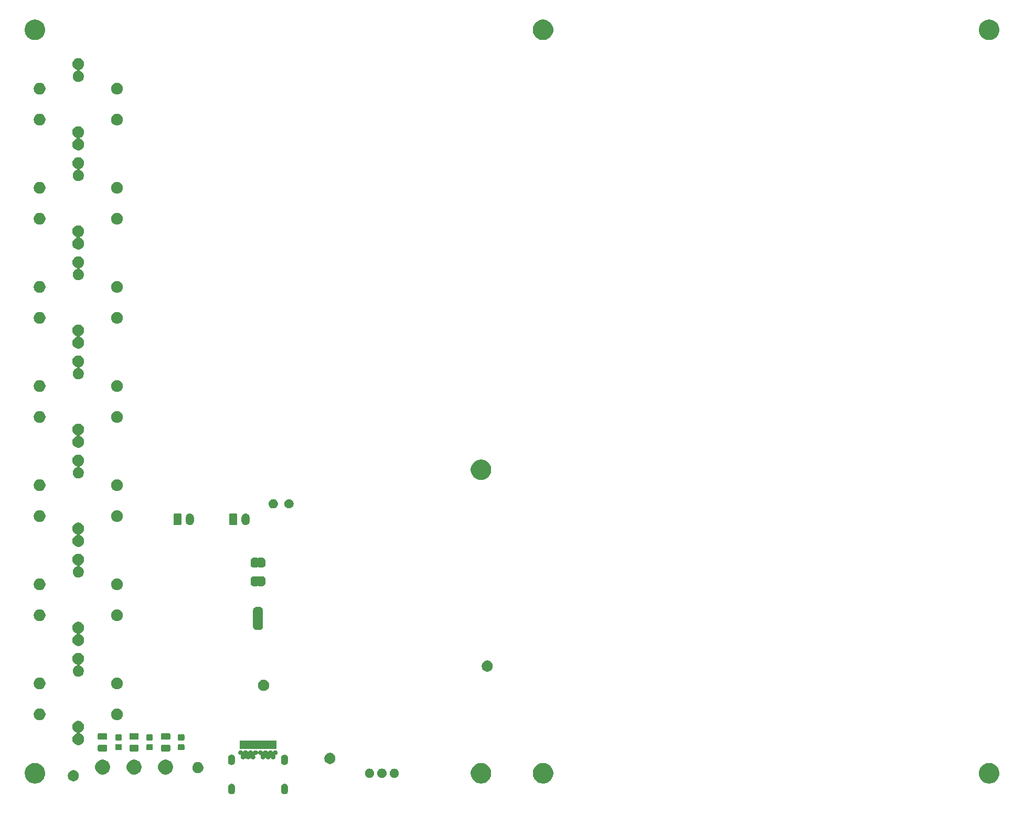
<source format=gbr>
G04 #@! TF.GenerationSoftware,KiCad,Pcbnew,(5.0.1-3-g963ef8bb5)*
G04 #@! TF.CreationDate,2021-04-06T11:18:42+02:00*
G04 #@! TF.ProjectId,foodSampler_v20,666F6F6453616D706C65725F7632302E,rev?*
G04 #@! TF.SameCoordinates,Original*
G04 #@! TF.FileFunction,Soldermask,Bot*
G04 #@! TF.FilePolarity,Negative*
%FSLAX46Y46*%
G04 Gerber Fmt 4.6, Leading zero omitted, Abs format (unit mm)*
G04 Created by KiCad (PCBNEW (5.0.1-3-g963ef8bb5)) date 2021 April 06, Tuesday 11:18:42*
%MOMM*%
%LPD*%
G01*
G04 APERTURE LIST*
%ADD10C,0.100000*%
G04 APERTURE END LIST*
D10*
G36*
X61838015Y-156706973D02*
X61941879Y-156738479D01*
X62037600Y-156789644D01*
X62121501Y-156858499D01*
X62190356Y-156942400D01*
X62241521Y-157038121D01*
X62273027Y-157141985D01*
X62281000Y-157222933D01*
X62281000Y-157877067D01*
X62273027Y-157958015D01*
X62241521Y-158061879D01*
X62190356Y-158157600D01*
X62121501Y-158241501D01*
X62037600Y-158310356D01*
X61941878Y-158361521D01*
X61838014Y-158393027D01*
X61730000Y-158403666D01*
X61621985Y-158393027D01*
X61518121Y-158361521D01*
X61422400Y-158310356D01*
X61338499Y-158241501D01*
X61269644Y-158157600D01*
X61218479Y-158061878D01*
X61186973Y-157958014D01*
X61179000Y-157877066D01*
X61179000Y-157222933D01*
X61186973Y-157141985D01*
X61218480Y-157038121D01*
X61269645Y-156942400D01*
X61338500Y-156858499D01*
X61422401Y-156789644D01*
X61518122Y-156738479D01*
X61621986Y-156706973D01*
X61730000Y-156696334D01*
X61838015Y-156706973D01*
X61838015Y-156706973D01*
G37*
G36*
X70378015Y-156706973D02*
X70481879Y-156738479D01*
X70577600Y-156789644D01*
X70661501Y-156858499D01*
X70730356Y-156942400D01*
X70781521Y-157038121D01*
X70813027Y-157141985D01*
X70821000Y-157222933D01*
X70821000Y-157877067D01*
X70813027Y-157958015D01*
X70781521Y-158061879D01*
X70730356Y-158157600D01*
X70661501Y-158241501D01*
X70577600Y-158310356D01*
X70481878Y-158361521D01*
X70378014Y-158393027D01*
X70270000Y-158403666D01*
X70161985Y-158393027D01*
X70058121Y-158361521D01*
X69962400Y-158310356D01*
X69878499Y-158241501D01*
X69809644Y-158157600D01*
X69758479Y-158061878D01*
X69726973Y-157958014D01*
X69719000Y-157877066D01*
X69719000Y-157222933D01*
X69726973Y-157141985D01*
X69758480Y-157038121D01*
X69809645Y-156942400D01*
X69878500Y-156858499D01*
X69962401Y-156789644D01*
X70058122Y-156738479D01*
X70161986Y-156706973D01*
X70270000Y-156696334D01*
X70378015Y-156706973D01*
X70378015Y-156706973D01*
G37*
G36*
X102375256Y-153391298D02*
X102481579Y-153412447D01*
X102611775Y-153466376D01*
X102754866Y-153525646D01*
X102782042Y-153536903D01*
X102923646Y-153631520D01*
X103052454Y-153717587D01*
X103282413Y-153947546D01*
X103282415Y-153947549D01*
X103463097Y-154217958D01*
X103587553Y-154518421D01*
X103590577Y-154533624D01*
X103651000Y-154837389D01*
X103651000Y-155162611D01*
X103612585Y-155355733D01*
X103587553Y-155481579D01*
X103463097Y-155782042D01*
X103433201Y-155826784D01*
X103282413Y-156052454D01*
X103052454Y-156282413D01*
X103052451Y-156282415D01*
X102782042Y-156463097D01*
X102481579Y-156587553D01*
X102375256Y-156608702D01*
X102162611Y-156651000D01*
X101837389Y-156651000D01*
X101624744Y-156608702D01*
X101518421Y-156587553D01*
X101217958Y-156463097D01*
X100947549Y-156282415D01*
X100947546Y-156282413D01*
X100717587Y-156052454D01*
X100566799Y-155826784D01*
X100536903Y-155782042D01*
X100412447Y-155481579D01*
X100387415Y-155355733D01*
X100349000Y-155162611D01*
X100349000Y-154837389D01*
X100409423Y-154533624D01*
X100412447Y-154518421D01*
X100536903Y-154217958D01*
X100717585Y-153947549D01*
X100717587Y-153947546D01*
X100947546Y-153717587D01*
X101076354Y-153631520D01*
X101217958Y-153536903D01*
X101245135Y-153525646D01*
X101388225Y-153466376D01*
X101518421Y-153412447D01*
X101624744Y-153391298D01*
X101837389Y-153349000D01*
X102162611Y-153349000D01*
X102375256Y-153391298D01*
X102375256Y-153391298D01*
G37*
G36*
X30375256Y-153391298D02*
X30481579Y-153412447D01*
X30611775Y-153466376D01*
X30754866Y-153525646D01*
X30782042Y-153536903D01*
X30923646Y-153631520D01*
X31052454Y-153717587D01*
X31282413Y-153947546D01*
X31282415Y-153947549D01*
X31463097Y-154217958D01*
X31587553Y-154518421D01*
X31590577Y-154533624D01*
X31651000Y-154837389D01*
X31651000Y-155162611D01*
X31612585Y-155355733D01*
X31587553Y-155481579D01*
X31463097Y-155782042D01*
X31433201Y-155826784D01*
X31282413Y-156052454D01*
X31052454Y-156282413D01*
X31052451Y-156282415D01*
X30782042Y-156463097D01*
X30481579Y-156587553D01*
X30375256Y-156608702D01*
X30162611Y-156651000D01*
X29837389Y-156651000D01*
X29624744Y-156608702D01*
X29518421Y-156587553D01*
X29217958Y-156463097D01*
X28947549Y-156282415D01*
X28947546Y-156282413D01*
X28717587Y-156052454D01*
X28566799Y-155826784D01*
X28536903Y-155782042D01*
X28412447Y-155481579D01*
X28387415Y-155355733D01*
X28349000Y-155162611D01*
X28349000Y-154837389D01*
X28409423Y-154533624D01*
X28412447Y-154518421D01*
X28536903Y-154217958D01*
X28717585Y-153947549D01*
X28717587Y-153947546D01*
X28947546Y-153717587D01*
X29076354Y-153631520D01*
X29217958Y-153536903D01*
X29245135Y-153525646D01*
X29388225Y-153466376D01*
X29518421Y-153412447D01*
X29624744Y-153391298D01*
X29837389Y-153349000D01*
X30162611Y-153349000D01*
X30375256Y-153391298D01*
X30375256Y-153391298D01*
G37*
G36*
X184375256Y-153391298D02*
X184481579Y-153412447D01*
X184611775Y-153466376D01*
X184754866Y-153525646D01*
X184782042Y-153536903D01*
X184923646Y-153631520D01*
X185052454Y-153717587D01*
X185282413Y-153947546D01*
X185282415Y-153947549D01*
X185463097Y-154217958D01*
X185587553Y-154518421D01*
X185590577Y-154533624D01*
X185651000Y-154837389D01*
X185651000Y-155162611D01*
X185612585Y-155355733D01*
X185587553Y-155481579D01*
X185463097Y-155782042D01*
X185433201Y-155826784D01*
X185282413Y-156052454D01*
X185052454Y-156282413D01*
X185052451Y-156282415D01*
X184782042Y-156463097D01*
X184481579Y-156587553D01*
X184375256Y-156608702D01*
X184162611Y-156651000D01*
X183837389Y-156651000D01*
X183624744Y-156608702D01*
X183518421Y-156587553D01*
X183217958Y-156463097D01*
X182947549Y-156282415D01*
X182947546Y-156282413D01*
X182717587Y-156052454D01*
X182566799Y-155826784D01*
X182536903Y-155782042D01*
X182412447Y-155481579D01*
X182387415Y-155355733D01*
X182349000Y-155162611D01*
X182349000Y-154837389D01*
X182409423Y-154533624D01*
X182412447Y-154518421D01*
X182536903Y-154217958D01*
X182717585Y-153947549D01*
X182717587Y-153947546D01*
X182947546Y-153717587D01*
X183076354Y-153631520D01*
X183217958Y-153536903D01*
X183245135Y-153525646D01*
X183388225Y-153466376D01*
X183518421Y-153412447D01*
X183624744Y-153391298D01*
X183837389Y-153349000D01*
X184162611Y-153349000D01*
X184375256Y-153391298D01*
X184375256Y-153391298D01*
G37*
G36*
X112375256Y-153391298D02*
X112481579Y-153412447D01*
X112611775Y-153466376D01*
X112754866Y-153525646D01*
X112782042Y-153536903D01*
X112923646Y-153631520D01*
X113052454Y-153717587D01*
X113282413Y-153947546D01*
X113282415Y-153947549D01*
X113463097Y-154217958D01*
X113587553Y-154518421D01*
X113590577Y-154533624D01*
X113651000Y-154837389D01*
X113651000Y-155162611D01*
X113612585Y-155355733D01*
X113587553Y-155481579D01*
X113463097Y-155782042D01*
X113433201Y-155826784D01*
X113282413Y-156052454D01*
X113052454Y-156282413D01*
X113052451Y-156282415D01*
X112782042Y-156463097D01*
X112481579Y-156587553D01*
X112375256Y-156608702D01*
X112162611Y-156651000D01*
X111837389Y-156651000D01*
X111624744Y-156608702D01*
X111518421Y-156587553D01*
X111217958Y-156463097D01*
X110947549Y-156282415D01*
X110947546Y-156282413D01*
X110717587Y-156052454D01*
X110566799Y-155826784D01*
X110536903Y-155782042D01*
X110412447Y-155481579D01*
X110387415Y-155355733D01*
X110349000Y-155162611D01*
X110349000Y-154837389D01*
X110409423Y-154533624D01*
X110412447Y-154518421D01*
X110536903Y-154217958D01*
X110717585Y-153947549D01*
X110717587Y-153947546D01*
X110947546Y-153717587D01*
X111076354Y-153631520D01*
X111217958Y-153536903D01*
X111245135Y-153525646D01*
X111388225Y-153466376D01*
X111518421Y-153412447D01*
X111624744Y-153391298D01*
X111837389Y-153349000D01*
X112162611Y-153349000D01*
X112375256Y-153391298D01*
X112375256Y-153391298D01*
G37*
G36*
X36462812Y-154533624D02*
X36626784Y-154601544D01*
X36774354Y-154700147D01*
X36899853Y-154825646D01*
X36998456Y-154973216D01*
X37066376Y-155137188D01*
X37101000Y-155311259D01*
X37101000Y-155488741D01*
X37066376Y-155662812D01*
X36998456Y-155826784D01*
X36899853Y-155974354D01*
X36774354Y-156099853D01*
X36626784Y-156198456D01*
X36462812Y-156266376D01*
X36288741Y-156301000D01*
X36111259Y-156301000D01*
X35937188Y-156266376D01*
X35773216Y-156198456D01*
X35625646Y-156099853D01*
X35500147Y-155974354D01*
X35401544Y-155826784D01*
X35333624Y-155662812D01*
X35299000Y-155488741D01*
X35299000Y-155311259D01*
X35333624Y-155137188D01*
X35401544Y-154973216D01*
X35500147Y-154825646D01*
X35625646Y-154700147D01*
X35773216Y-154601544D01*
X35937188Y-154533624D01*
X36111259Y-154499000D01*
X36288741Y-154499000D01*
X36462812Y-154533624D01*
X36462812Y-154533624D01*
G37*
G36*
X88132004Y-154260544D02*
X88219059Y-154277860D01*
X88355732Y-154334472D01*
X88477079Y-154415554D01*
X88478738Y-154416662D01*
X88583338Y-154521262D01*
X88583340Y-154521265D01*
X88665528Y-154644268D01*
X88722140Y-154780941D01*
X88751000Y-154926033D01*
X88751000Y-155073967D01*
X88722140Y-155219059D01*
X88665528Y-155355732D01*
X88665527Y-155355733D01*
X88583338Y-155478738D01*
X88478738Y-155583338D01*
X88478735Y-155583340D01*
X88355732Y-155665528D01*
X88219059Y-155722140D01*
X88132004Y-155739456D01*
X88073969Y-155751000D01*
X87926031Y-155751000D01*
X87867996Y-155739456D01*
X87780941Y-155722140D01*
X87644268Y-155665528D01*
X87521265Y-155583340D01*
X87521262Y-155583338D01*
X87416662Y-155478738D01*
X87334473Y-155355733D01*
X87334472Y-155355732D01*
X87277860Y-155219059D01*
X87249000Y-155073967D01*
X87249000Y-154926033D01*
X87277860Y-154780941D01*
X87334472Y-154644268D01*
X87416660Y-154521265D01*
X87416662Y-154521262D01*
X87521262Y-154416662D01*
X87522921Y-154415554D01*
X87644268Y-154334472D01*
X87780941Y-154277860D01*
X87867996Y-154260544D01*
X87926031Y-154249000D01*
X88073969Y-154249000D01*
X88132004Y-154260544D01*
X88132004Y-154260544D01*
G37*
G36*
X86132004Y-154260544D02*
X86219059Y-154277860D01*
X86355732Y-154334472D01*
X86477079Y-154415554D01*
X86478738Y-154416662D01*
X86583338Y-154521262D01*
X86583340Y-154521265D01*
X86665528Y-154644268D01*
X86722140Y-154780941D01*
X86751000Y-154926033D01*
X86751000Y-155073967D01*
X86722140Y-155219059D01*
X86665528Y-155355732D01*
X86665527Y-155355733D01*
X86583338Y-155478738D01*
X86478738Y-155583338D01*
X86478735Y-155583340D01*
X86355732Y-155665528D01*
X86219059Y-155722140D01*
X86132004Y-155739456D01*
X86073969Y-155751000D01*
X85926031Y-155751000D01*
X85867996Y-155739456D01*
X85780941Y-155722140D01*
X85644268Y-155665528D01*
X85521265Y-155583340D01*
X85521262Y-155583338D01*
X85416662Y-155478738D01*
X85334473Y-155355733D01*
X85334472Y-155355732D01*
X85277860Y-155219059D01*
X85249000Y-155073967D01*
X85249000Y-154926033D01*
X85277860Y-154780941D01*
X85334472Y-154644268D01*
X85416660Y-154521265D01*
X85416662Y-154521262D01*
X85521262Y-154416662D01*
X85522921Y-154415554D01*
X85644268Y-154334472D01*
X85780941Y-154277860D01*
X85867996Y-154260544D01*
X85926031Y-154249000D01*
X86073969Y-154249000D01*
X86132004Y-154260544D01*
X86132004Y-154260544D01*
G37*
G36*
X84132004Y-154260544D02*
X84219059Y-154277860D01*
X84355732Y-154334472D01*
X84477079Y-154415554D01*
X84478738Y-154416662D01*
X84583338Y-154521262D01*
X84583340Y-154521265D01*
X84665528Y-154644268D01*
X84722140Y-154780941D01*
X84751000Y-154926033D01*
X84751000Y-155073967D01*
X84722140Y-155219059D01*
X84665528Y-155355732D01*
X84665527Y-155355733D01*
X84583338Y-155478738D01*
X84478738Y-155583338D01*
X84478735Y-155583340D01*
X84355732Y-155665528D01*
X84219059Y-155722140D01*
X84132004Y-155739456D01*
X84073969Y-155751000D01*
X83926031Y-155751000D01*
X83867996Y-155739456D01*
X83780941Y-155722140D01*
X83644268Y-155665528D01*
X83521265Y-155583340D01*
X83521262Y-155583338D01*
X83416662Y-155478738D01*
X83334473Y-155355733D01*
X83334472Y-155355732D01*
X83277860Y-155219059D01*
X83249000Y-155073967D01*
X83249000Y-154926033D01*
X83277860Y-154780941D01*
X83334472Y-154644268D01*
X83416660Y-154521265D01*
X83416662Y-154521262D01*
X83521262Y-154416662D01*
X83522921Y-154415554D01*
X83644268Y-154334472D01*
X83780941Y-154277860D01*
X83867996Y-154260544D01*
X83926031Y-154249000D01*
X84073969Y-154249000D01*
X84132004Y-154260544D01*
X84132004Y-154260544D01*
G37*
G36*
X51430316Y-152845153D02*
X51430318Y-152845154D01*
X51430319Y-152845154D01*
X51472949Y-152862812D01*
X51648888Y-152935688D01*
X51747576Y-153001629D01*
X51845593Y-153067122D01*
X52012878Y-153234407D01*
X52056605Y-153299850D01*
X52144312Y-153431112D01*
X52234847Y-153649684D01*
X52281000Y-153881710D01*
X52281000Y-154118290D01*
X52234847Y-154350316D01*
X52144312Y-154568888D01*
X52093945Y-154644267D01*
X52012878Y-154765593D01*
X51845593Y-154932878D01*
X51747576Y-154998371D01*
X51648888Y-155064312D01*
X51511056Y-155121403D01*
X51430319Y-155154846D01*
X51430318Y-155154846D01*
X51430316Y-155154847D01*
X51198290Y-155201000D01*
X50961710Y-155201000D01*
X50729684Y-155154847D01*
X50729682Y-155154846D01*
X50729681Y-155154846D01*
X50648944Y-155121403D01*
X50511112Y-155064312D01*
X50412424Y-154998371D01*
X50314407Y-154932878D01*
X50147122Y-154765593D01*
X50066055Y-154644267D01*
X50015688Y-154568888D01*
X49925153Y-154350316D01*
X49879000Y-154118290D01*
X49879000Y-153881710D01*
X49925153Y-153649684D01*
X50015688Y-153431112D01*
X50103395Y-153299850D01*
X50147122Y-153234407D01*
X50314407Y-153067122D01*
X50412424Y-153001629D01*
X50511112Y-152935688D01*
X50687051Y-152862812D01*
X50729681Y-152845154D01*
X50729682Y-152845154D01*
X50729684Y-152845153D01*
X50961710Y-152799000D01*
X51198290Y-152799000D01*
X51430316Y-152845153D01*
X51430316Y-152845153D01*
G37*
G36*
X46350316Y-152845153D02*
X46350318Y-152845154D01*
X46350319Y-152845154D01*
X46392949Y-152862812D01*
X46568888Y-152935688D01*
X46667576Y-153001629D01*
X46765593Y-153067122D01*
X46932878Y-153234407D01*
X46976605Y-153299850D01*
X47064312Y-153431112D01*
X47154847Y-153649684D01*
X47201000Y-153881710D01*
X47201000Y-154118290D01*
X47154847Y-154350316D01*
X47064312Y-154568888D01*
X47013945Y-154644267D01*
X46932878Y-154765593D01*
X46765593Y-154932878D01*
X46667576Y-154998371D01*
X46568888Y-155064312D01*
X46431056Y-155121403D01*
X46350319Y-155154846D01*
X46350318Y-155154846D01*
X46350316Y-155154847D01*
X46118290Y-155201000D01*
X45881710Y-155201000D01*
X45649684Y-155154847D01*
X45649682Y-155154846D01*
X45649681Y-155154846D01*
X45568944Y-155121403D01*
X45431112Y-155064312D01*
X45332424Y-154998371D01*
X45234407Y-154932878D01*
X45067122Y-154765593D01*
X44986055Y-154644267D01*
X44935688Y-154568888D01*
X44845153Y-154350316D01*
X44799000Y-154118290D01*
X44799000Y-153881710D01*
X44845153Y-153649684D01*
X44935688Y-153431112D01*
X45023395Y-153299850D01*
X45067122Y-153234407D01*
X45234407Y-153067122D01*
X45332424Y-153001629D01*
X45431112Y-152935688D01*
X45607051Y-152862812D01*
X45649681Y-152845154D01*
X45649682Y-152845154D01*
X45649684Y-152845153D01*
X45881710Y-152799000D01*
X46118290Y-152799000D01*
X46350316Y-152845153D01*
X46350316Y-152845153D01*
G37*
G36*
X41270316Y-152845153D02*
X41270318Y-152845154D01*
X41270319Y-152845154D01*
X41312949Y-152862812D01*
X41488888Y-152935688D01*
X41587576Y-153001629D01*
X41685593Y-153067122D01*
X41852878Y-153234407D01*
X41896605Y-153299850D01*
X41984312Y-153431112D01*
X42074847Y-153649684D01*
X42121000Y-153881710D01*
X42121000Y-154118290D01*
X42074847Y-154350316D01*
X41984312Y-154568888D01*
X41933945Y-154644267D01*
X41852878Y-154765593D01*
X41685593Y-154932878D01*
X41587576Y-154998371D01*
X41488888Y-155064312D01*
X41351056Y-155121403D01*
X41270319Y-155154846D01*
X41270318Y-155154846D01*
X41270316Y-155154847D01*
X41038290Y-155201000D01*
X40801710Y-155201000D01*
X40569684Y-155154847D01*
X40569682Y-155154846D01*
X40569681Y-155154846D01*
X40488944Y-155121403D01*
X40351112Y-155064312D01*
X40252424Y-154998371D01*
X40154407Y-154932878D01*
X39987122Y-154765593D01*
X39906055Y-154644267D01*
X39855688Y-154568888D01*
X39765153Y-154350316D01*
X39719000Y-154118290D01*
X39719000Y-153881710D01*
X39765153Y-153649684D01*
X39855688Y-153431112D01*
X39943395Y-153299850D01*
X39987122Y-153234407D01*
X40154407Y-153067122D01*
X40252424Y-153001629D01*
X40351112Y-152935688D01*
X40527051Y-152862812D01*
X40569681Y-152845154D01*
X40569682Y-152845154D01*
X40569684Y-152845153D01*
X40801710Y-152799000D01*
X41038290Y-152799000D01*
X41270316Y-152845153D01*
X41270316Y-152845153D01*
G37*
G36*
X56562812Y-153233624D02*
X56726784Y-153301544D01*
X56874354Y-153400147D01*
X56999853Y-153525646D01*
X57098456Y-153673216D01*
X57166376Y-153837188D01*
X57201000Y-154011259D01*
X57201000Y-154188741D01*
X57166376Y-154362812D01*
X57098456Y-154526784D01*
X56999853Y-154674354D01*
X56874354Y-154799853D01*
X56726784Y-154898456D01*
X56562812Y-154966376D01*
X56388741Y-155001000D01*
X56211259Y-155001000D01*
X56037188Y-154966376D01*
X55873216Y-154898456D01*
X55725646Y-154799853D01*
X55600147Y-154674354D01*
X55501544Y-154526784D01*
X55433624Y-154362812D01*
X55399000Y-154188741D01*
X55399000Y-154011259D01*
X55433624Y-153837188D01*
X55501544Y-153673216D01*
X55600147Y-153525646D01*
X55725646Y-153400147D01*
X55873216Y-153301544D01*
X56037188Y-153233624D01*
X56211259Y-153199000D01*
X56388741Y-153199000D01*
X56562812Y-153233624D01*
X56562812Y-153233624D01*
G37*
G36*
X61838015Y-151976973D02*
X61941879Y-152008479D01*
X62037600Y-152059644D01*
X62121501Y-152128499D01*
X62190356Y-152212400D01*
X62241521Y-152308121D01*
X62273027Y-152411985D01*
X62281000Y-152492933D01*
X62281000Y-153147067D01*
X62273027Y-153228015D01*
X62241521Y-153331879D01*
X62190356Y-153427600D01*
X62121501Y-153511501D01*
X62037600Y-153580356D01*
X61941878Y-153631521D01*
X61838014Y-153663027D01*
X61730000Y-153673666D01*
X61621985Y-153663027D01*
X61518121Y-153631521D01*
X61422400Y-153580356D01*
X61338499Y-153511501D01*
X61269644Y-153427600D01*
X61218479Y-153331878D01*
X61186973Y-153228014D01*
X61179000Y-153147066D01*
X61179000Y-152492933D01*
X61186973Y-152411985D01*
X61218480Y-152308121D01*
X61269645Y-152212400D01*
X61338500Y-152128499D01*
X61422401Y-152059644D01*
X61518122Y-152008479D01*
X61621986Y-151976973D01*
X61730000Y-151966334D01*
X61838015Y-151976973D01*
X61838015Y-151976973D01*
G37*
G36*
X70378015Y-151976973D02*
X70481879Y-152008479D01*
X70577600Y-152059644D01*
X70661501Y-152128499D01*
X70730356Y-152212400D01*
X70781521Y-152308121D01*
X70813027Y-152411985D01*
X70821000Y-152492933D01*
X70821000Y-153147067D01*
X70813027Y-153228015D01*
X70781521Y-153331879D01*
X70730356Y-153427600D01*
X70661501Y-153511501D01*
X70577600Y-153580356D01*
X70481878Y-153631521D01*
X70378014Y-153663027D01*
X70270000Y-153673666D01*
X70161985Y-153663027D01*
X70058121Y-153631521D01*
X69962400Y-153580356D01*
X69878499Y-153511501D01*
X69809644Y-153427600D01*
X69758479Y-153331878D01*
X69726973Y-153228014D01*
X69719000Y-153147066D01*
X69719000Y-152492933D01*
X69726973Y-152411985D01*
X69758480Y-152308121D01*
X69809645Y-152212400D01*
X69878500Y-152128499D01*
X69962401Y-152059644D01*
X70058122Y-152008479D01*
X70161986Y-151976973D01*
X70270000Y-151966334D01*
X70378015Y-151976973D01*
X70378015Y-151976973D01*
G37*
G36*
X77862812Y-151733624D02*
X78026784Y-151801544D01*
X78174354Y-151900147D01*
X78299853Y-152025646D01*
X78398456Y-152173216D01*
X78466376Y-152337188D01*
X78501000Y-152511259D01*
X78501000Y-152688741D01*
X78466376Y-152862812D01*
X78398456Y-153026784D01*
X78299853Y-153174354D01*
X78174354Y-153299853D01*
X78026784Y-153398456D01*
X77862812Y-153466376D01*
X77688741Y-153501000D01*
X77511259Y-153501000D01*
X77337188Y-153466376D01*
X77173216Y-153398456D01*
X77025646Y-153299853D01*
X76900147Y-153174354D01*
X76801544Y-153026784D01*
X76733624Y-152862812D01*
X76699000Y-152688741D01*
X76699000Y-152511259D01*
X76733624Y-152337188D01*
X76801544Y-152173216D01*
X76900147Y-152025646D01*
X77025646Y-151900147D01*
X77173216Y-151801544D01*
X77337188Y-151733624D01*
X77511259Y-151699000D01*
X77688741Y-151699000D01*
X77862812Y-151733624D01*
X77862812Y-151733624D01*
G37*
G36*
X68815090Y-151279934D02*
X68836701Y-151291485D01*
X68860150Y-151298598D01*
X68909672Y-151308449D01*
X68909674Y-151308450D01*
X68909675Y-151308450D01*
X68978103Y-151336793D01*
X69039409Y-151377757D01*
X69039689Y-151377944D01*
X69092056Y-151430311D01*
X69092057Y-151430313D01*
X69092058Y-151430314D01*
X69133207Y-151491897D01*
X69161550Y-151560325D01*
X69161551Y-151560328D01*
X69176000Y-151632966D01*
X69176000Y-151707034D01*
X69170711Y-151733625D01*
X69161550Y-151779675D01*
X69133207Y-151848103D01*
X69098432Y-151900147D01*
X69092056Y-151909689D01*
X69039689Y-151962056D01*
X69039686Y-151962058D01*
X68978103Y-152003207D01*
X68923936Y-152025643D01*
X68909673Y-152031551D01*
X68880857Y-152037283D01*
X68857408Y-152044396D01*
X68835798Y-152055947D01*
X68816855Y-152071493D01*
X68801310Y-152090435D01*
X68789759Y-152112046D01*
X68782646Y-152135495D01*
X68780244Y-152159881D01*
X68782646Y-152184268D01*
X68789757Y-152207711D01*
X68811550Y-152260325D01*
X68826000Y-152332967D01*
X68826000Y-152407033D01*
X68811550Y-152479675D01*
X68783207Y-152548103D01*
X68746066Y-152603687D01*
X68742056Y-152609689D01*
X68689689Y-152662056D01*
X68689686Y-152662058D01*
X68628103Y-152703207D01*
X68559675Y-152731550D01*
X68559674Y-152731550D01*
X68559672Y-152731551D01*
X68487034Y-152746000D01*
X68412966Y-152746000D01*
X68340328Y-152731551D01*
X68340326Y-152731550D01*
X68340325Y-152731550D01*
X68271897Y-152703207D01*
X68210314Y-152662058D01*
X68210311Y-152662056D01*
X68157942Y-152609687D01*
X68153933Y-152603687D01*
X68138388Y-152584745D01*
X68119446Y-152569200D01*
X68097835Y-152557649D01*
X68074386Y-152550536D01*
X68049999Y-152548134D01*
X68025613Y-152550536D01*
X68002164Y-152557649D01*
X67980553Y-152569201D01*
X67961611Y-152584746D01*
X67946067Y-152603687D01*
X67942058Y-152609687D01*
X67889689Y-152662056D01*
X67889686Y-152662058D01*
X67828103Y-152703207D01*
X67759675Y-152731550D01*
X67759674Y-152731550D01*
X67759672Y-152731551D01*
X67687034Y-152746000D01*
X67612966Y-152746000D01*
X67540328Y-152731551D01*
X67540326Y-152731550D01*
X67540325Y-152731550D01*
X67471897Y-152703207D01*
X67410314Y-152662058D01*
X67410311Y-152662056D01*
X67357944Y-152609689D01*
X67353934Y-152603687D01*
X67328930Y-152566267D01*
X67313389Y-152547330D01*
X67294447Y-152531785D01*
X67272836Y-152520233D01*
X67249387Y-152513120D01*
X67225001Y-152510718D01*
X67200614Y-152513120D01*
X67177165Y-152520233D01*
X67155554Y-152531784D01*
X67136612Y-152547329D01*
X67121070Y-152566267D01*
X67096066Y-152603687D01*
X67092056Y-152609689D01*
X67039689Y-152662056D01*
X67039686Y-152662058D01*
X66978103Y-152703207D01*
X66909675Y-152731550D01*
X66909674Y-152731550D01*
X66909672Y-152731551D01*
X66837034Y-152746000D01*
X66762966Y-152746000D01*
X66690328Y-152731551D01*
X66690326Y-152731550D01*
X66690325Y-152731550D01*
X66621897Y-152703207D01*
X66560314Y-152662058D01*
X66560311Y-152662056D01*
X66507944Y-152609689D01*
X66503934Y-152603687D01*
X66466793Y-152548103D01*
X66438450Y-152479675D01*
X66424000Y-152407033D01*
X66424000Y-152332967D01*
X66438450Y-152260325D01*
X66456436Y-152216902D01*
X66463548Y-152193456D01*
X66465950Y-152169069D01*
X66463548Y-152144683D01*
X66456435Y-152121234D01*
X66444884Y-152099623D01*
X66429339Y-152080681D01*
X66410397Y-152065135D01*
X66388786Y-152053584D01*
X66365336Y-152046471D01*
X66362968Y-152046000D01*
X66362967Y-152046000D01*
X66337115Y-152040858D01*
X66290328Y-152031551D01*
X66290326Y-152031550D01*
X66290325Y-152031550D01*
X66221897Y-152003207D01*
X66160314Y-151962058D01*
X66160311Y-151962056D01*
X66107942Y-151909687D01*
X66103933Y-151903687D01*
X66088388Y-151884745D01*
X66069446Y-151869200D01*
X66047835Y-151857649D01*
X66024386Y-151850536D01*
X65999999Y-151848134D01*
X65975613Y-151850536D01*
X65952164Y-151857649D01*
X65930553Y-151869201D01*
X65911611Y-151884746D01*
X65896067Y-151903687D01*
X65892058Y-151909687D01*
X65839689Y-151962056D01*
X65839686Y-151962058D01*
X65778103Y-152003207D01*
X65709675Y-152031550D01*
X65709674Y-152031550D01*
X65709672Y-152031551D01*
X65662885Y-152040858D01*
X65637033Y-152046000D01*
X65637032Y-152046000D01*
X65634664Y-152046471D01*
X65611215Y-152053584D01*
X65589604Y-152065135D01*
X65570662Y-152080680D01*
X65555117Y-152099622D01*
X65543565Y-152121233D01*
X65536452Y-152144682D01*
X65534050Y-152169068D01*
X65536452Y-152193455D01*
X65543564Y-152216902D01*
X65561550Y-152260325D01*
X65576000Y-152332967D01*
X65576000Y-152407033D01*
X65561550Y-152479675D01*
X65533207Y-152548103D01*
X65496066Y-152603687D01*
X65492056Y-152609689D01*
X65439689Y-152662056D01*
X65439686Y-152662058D01*
X65378103Y-152703207D01*
X65309675Y-152731550D01*
X65309674Y-152731550D01*
X65309672Y-152731551D01*
X65237034Y-152746000D01*
X65162966Y-152746000D01*
X65090328Y-152731551D01*
X65090326Y-152731550D01*
X65090325Y-152731550D01*
X65021897Y-152703207D01*
X64960314Y-152662058D01*
X64960311Y-152662056D01*
X64907942Y-152609687D01*
X64903933Y-152603687D01*
X64888388Y-152584745D01*
X64869446Y-152569200D01*
X64847835Y-152557649D01*
X64824386Y-152550536D01*
X64799999Y-152548134D01*
X64775613Y-152550536D01*
X64752164Y-152557649D01*
X64730553Y-152569201D01*
X64711611Y-152584746D01*
X64696067Y-152603687D01*
X64692058Y-152609687D01*
X64639689Y-152662056D01*
X64639686Y-152662058D01*
X64578103Y-152703207D01*
X64509675Y-152731550D01*
X64509674Y-152731550D01*
X64509672Y-152731551D01*
X64437034Y-152746000D01*
X64362966Y-152746000D01*
X64290328Y-152731551D01*
X64290326Y-152731550D01*
X64290325Y-152731550D01*
X64221897Y-152703207D01*
X64160314Y-152662058D01*
X64160311Y-152662056D01*
X64107942Y-152609687D01*
X64103933Y-152603687D01*
X64088388Y-152584745D01*
X64069446Y-152569200D01*
X64047835Y-152557649D01*
X64024386Y-152550536D01*
X63999999Y-152548134D01*
X63975613Y-152550536D01*
X63952164Y-152557649D01*
X63930553Y-152569201D01*
X63911611Y-152584746D01*
X63896067Y-152603687D01*
X63892058Y-152609687D01*
X63839689Y-152662056D01*
X63839686Y-152662058D01*
X63778103Y-152703207D01*
X63709675Y-152731550D01*
X63709674Y-152731550D01*
X63709672Y-152731551D01*
X63637034Y-152746000D01*
X63562966Y-152746000D01*
X63490328Y-152731551D01*
X63490326Y-152731550D01*
X63490325Y-152731550D01*
X63421897Y-152703207D01*
X63360314Y-152662058D01*
X63360311Y-152662056D01*
X63307944Y-152609689D01*
X63303934Y-152603687D01*
X63266793Y-152548103D01*
X63238450Y-152479675D01*
X63224000Y-152407033D01*
X63224000Y-152332967D01*
X63238450Y-152260325D01*
X63256436Y-152216902D01*
X63263548Y-152193456D01*
X63265950Y-152169069D01*
X63263548Y-152144683D01*
X63256435Y-152121234D01*
X63244884Y-152099623D01*
X63229339Y-152080681D01*
X63210397Y-152065135D01*
X63188786Y-152053584D01*
X63165336Y-152046471D01*
X63162968Y-152046000D01*
X63162967Y-152046000D01*
X63137115Y-152040858D01*
X63090328Y-152031551D01*
X63090326Y-152031550D01*
X63090325Y-152031550D01*
X63021897Y-152003207D01*
X62960314Y-151962058D01*
X62960311Y-151962056D01*
X62907944Y-151909689D01*
X62901568Y-151900147D01*
X62866793Y-151848103D01*
X62838450Y-151779675D01*
X62829290Y-151733625D01*
X62824000Y-151707034D01*
X62824000Y-151632966D01*
X62838449Y-151560328D01*
X62838450Y-151560325D01*
X62866793Y-151491897D01*
X62907942Y-151430314D01*
X62907943Y-151430313D01*
X62907944Y-151430311D01*
X62960311Y-151377944D01*
X62960591Y-151377757D01*
X63021897Y-151336793D01*
X63090325Y-151308450D01*
X63090326Y-151308450D01*
X63090328Y-151308449D01*
X63139850Y-151298598D01*
X63163299Y-151291485D01*
X63184910Y-151279934D01*
X63200000Y-151267549D01*
X63215090Y-151279934D01*
X63236701Y-151291485D01*
X63260150Y-151298598D01*
X63309672Y-151308449D01*
X63309674Y-151308450D01*
X63309675Y-151308450D01*
X63378103Y-151336793D01*
X63439409Y-151377757D01*
X63439689Y-151377944D01*
X63492058Y-151430313D01*
X63496067Y-151436313D01*
X63511612Y-151455255D01*
X63530554Y-151470800D01*
X63552165Y-151482351D01*
X63575614Y-151489464D01*
X63600001Y-151491866D01*
X63624387Y-151489464D01*
X63647836Y-151482351D01*
X63669447Y-151470799D01*
X63688389Y-151455254D01*
X63703933Y-151436313D01*
X63707942Y-151430313D01*
X63760311Y-151377944D01*
X63760591Y-151377757D01*
X63821897Y-151336793D01*
X63890325Y-151308450D01*
X63890326Y-151308450D01*
X63890328Y-151308449D01*
X63939850Y-151298598D01*
X63963299Y-151291485D01*
X63984910Y-151279934D01*
X64000000Y-151267549D01*
X64015090Y-151279934D01*
X64036701Y-151291485D01*
X64060150Y-151298598D01*
X64109672Y-151308449D01*
X64109674Y-151308450D01*
X64109675Y-151308450D01*
X64178103Y-151336793D01*
X64239409Y-151377757D01*
X64239689Y-151377944D01*
X64292058Y-151430313D01*
X64296067Y-151436313D01*
X64311612Y-151455255D01*
X64330554Y-151470800D01*
X64352165Y-151482351D01*
X64375614Y-151489464D01*
X64400001Y-151491866D01*
X64424387Y-151489464D01*
X64447836Y-151482351D01*
X64469447Y-151470799D01*
X64488389Y-151455254D01*
X64503933Y-151436313D01*
X64507942Y-151430313D01*
X64560311Y-151377944D01*
X64560591Y-151377757D01*
X64621897Y-151336793D01*
X64690325Y-151308450D01*
X64690326Y-151308450D01*
X64690328Y-151308449D01*
X64739850Y-151298598D01*
X64763299Y-151291485D01*
X64784910Y-151279934D01*
X64800000Y-151267549D01*
X64815090Y-151279934D01*
X64836701Y-151291485D01*
X64860150Y-151298598D01*
X64909672Y-151308449D01*
X64909674Y-151308450D01*
X64909675Y-151308450D01*
X64978103Y-151336793D01*
X65039409Y-151377757D01*
X65039689Y-151377944D01*
X65092058Y-151430313D01*
X65096067Y-151436313D01*
X65111612Y-151455255D01*
X65130554Y-151470800D01*
X65152165Y-151482351D01*
X65175614Y-151489464D01*
X65200001Y-151491866D01*
X65224387Y-151489464D01*
X65247836Y-151482351D01*
X65269447Y-151470799D01*
X65288389Y-151455254D01*
X65303933Y-151436313D01*
X65307942Y-151430313D01*
X65360311Y-151377944D01*
X65360591Y-151377757D01*
X65421897Y-151336793D01*
X65490325Y-151308450D01*
X65490326Y-151308450D01*
X65490328Y-151308449D01*
X65539850Y-151298598D01*
X65563299Y-151291485D01*
X65584910Y-151279934D01*
X65600000Y-151267549D01*
X65615090Y-151279934D01*
X65636701Y-151291485D01*
X65660150Y-151298598D01*
X65709672Y-151308449D01*
X65709674Y-151308450D01*
X65709675Y-151308450D01*
X65778103Y-151336793D01*
X65839409Y-151377757D01*
X65839689Y-151377944D01*
X65892058Y-151430313D01*
X65896067Y-151436313D01*
X65911612Y-151455255D01*
X65930554Y-151470800D01*
X65952165Y-151482351D01*
X65975614Y-151489464D01*
X66000001Y-151491866D01*
X66024387Y-151489464D01*
X66047836Y-151482351D01*
X66069447Y-151470799D01*
X66088389Y-151455254D01*
X66103933Y-151436313D01*
X66107942Y-151430313D01*
X66160311Y-151377944D01*
X66160591Y-151377757D01*
X66221897Y-151336793D01*
X66290325Y-151308450D01*
X66290326Y-151308450D01*
X66290328Y-151308449D01*
X66339850Y-151298598D01*
X66363299Y-151291485D01*
X66384910Y-151279934D01*
X66400000Y-151267549D01*
X66415090Y-151279934D01*
X66436701Y-151291485D01*
X66460150Y-151298598D01*
X66509672Y-151308449D01*
X66509674Y-151308450D01*
X66509675Y-151308450D01*
X66578103Y-151336793D01*
X66639409Y-151377757D01*
X66639689Y-151377944D01*
X66692058Y-151430313D01*
X66696067Y-151436313D01*
X66711612Y-151455255D01*
X66730554Y-151470800D01*
X66752165Y-151482351D01*
X66775614Y-151489464D01*
X66800001Y-151491866D01*
X66824387Y-151489464D01*
X66847836Y-151482351D01*
X66869447Y-151470799D01*
X66888389Y-151455254D01*
X66903933Y-151436313D01*
X66907942Y-151430313D01*
X66960311Y-151377944D01*
X66960591Y-151377757D01*
X67021897Y-151336793D01*
X67090325Y-151308450D01*
X67090326Y-151308450D01*
X67090328Y-151308449D01*
X67139850Y-151298598D01*
X67163299Y-151291485D01*
X67184910Y-151279934D01*
X67200000Y-151267549D01*
X67215090Y-151279934D01*
X67236701Y-151291485D01*
X67260150Y-151298598D01*
X67309672Y-151308449D01*
X67309674Y-151308450D01*
X67309675Y-151308450D01*
X67378103Y-151336793D01*
X67439409Y-151377757D01*
X67439689Y-151377944D01*
X67492058Y-151430313D01*
X67496067Y-151436313D01*
X67511612Y-151455255D01*
X67530554Y-151470800D01*
X67552165Y-151482351D01*
X67575614Y-151489464D01*
X67600001Y-151491866D01*
X67624387Y-151489464D01*
X67647836Y-151482351D01*
X67669447Y-151470799D01*
X67688389Y-151455254D01*
X67703933Y-151436313D01*
X67707942Y-151430313D01*
X67760311Y-151377944D01*
X67760591Y-151377757D01*
X67821897Y-151336793D01*
X67890325Y-151308450D01*
X67890326Y-151308450D01*
X67890328Y-151308449D01*
X67939850Y-151298598D01*
X67963299Y-151291485D01*
X67984910Y-151279934D01*
X68000000Y-151267549D01*
X68015090Y-151279934D01*
X68036701Y-151291485D01*
X68060150Y-151298598D01*
X68109672Y-151308449D01*
X68109674Y-151308450D01*
X68109675Y-151308450D01*
X68178103Y-151336793D01*
X68239409Y-151377757D01*
X68239689Y-151377944D01*
X68292058Y-151430313D01*
X68296067Y-151436313D01*
X68311612Y-151455255D01*
X68330554Y-151470800D01*
X68352165Y-151482351D01*
X68375614Y-151489464D01*
X68400001Y-151491866D01*
X68424387Y-151489464D01*
X68447836Y-151482351D01*
X68469447Y-151470799D01*
X68488389Y-151455254D01*
X68503933Y-151436313D01*
X68507942Y-151430313D01*
X68560311Y-151377944D01*
X68560591Y-151377757D01*
X68621897Y-151336793D01*
X68690325Y-151308450D01*
X68690326Y-151308450D01*
X68690328Y-151308449D01*
X68739850Y-151298598D01*
X68763299Y-151291485D01*
X68784910Y-151279934D01*
X68800000Y-151267549D01*
X68815090Y-151279934D01*
X68815090Y-151279934D01*
G37*
G36*
X46584466Y-150403565D02*
X46623137Y-150415296D01*
X46658779Y-150434348D01*
X46690017Y-150459983D01*
X46715652Y-150491221D01*
X46734704Y-150526863D01*
X46746435Y-150565534D01*
X46751000Y-150611888D01*
X46751000Y-151263112D01*
X46746435Y-151309466D01*
X46734704Y-151348137D01*
X46715652Y-151383779D01*
X46690017Y-151415017D01*
X46658779Y-151440652D01*
X46623137Y-151459704D01*
X46584466Y-151471435D01*
X46538112Y-151476000D01*
X45461888Y-151476000D01*
X45415534Y-151471435D01*
X45376863Y-151459704D01*
X45341221Y-151440652D01*
X45309983Y-151415017D01*
X45284348Y-151383779D01*
X45265296Y-151348137D01*
X45253565Y-151309466D01*
X45249000Y-151263112D01*
X45249000Y-150611888D01*
X45253565Y-150565534D01*
X45265296Y-150526863D01*
X45284348Y-150491221D01*
X45309983Y-150459983D01*
X45341221Y-150434348D01*
X45376863Y-150415296D01*
X45415534Y-150403565D01*
X45461888Y-150399000D01*
X46538112Y-150399000D01*
X46584466Y-150403565D01*
X46584466Y-150403565D01*
G37*
G36*
X51684466Y-150403565D02*
X51723137Y-150415296D01*
X51758779Y-150434348D01*
X51790017Y-150459983D01*
X51815652Y-150491221D01*
X51834704Y-150526863D01*
X51846435Y-150565534D01*
X51851000Y-150611888D01*
X51851000Y-151263112D01*
X51846435Y-151309466D01*
X51834704Y-151348137D01*
X51815652Y-151383779D01*
X51790017Y-151415017D01*
X51758779Y-151440652D01*
X51723137Y-151459704D01*
X51684466Y-151471435D01*
X51638112Y-151476000D01*
X50561888Y-151476000D01*
X50515534Y-151471435D01*
X50476863Y-151459704D01*
X50441221Y-151440652D01*
X50409983Y-151415017D01*
X50384348Y-151383779D01*
X50365296Y-151348137D01*
X50353565Y-151309466D01*
X50349000Y-151263112D01*
X50349000Y-150611888D01*
X50353565Y-150565534D01*
X50365296Y-150526863D01*
X50384348Y-150491221D01*
X50409983Y-150459983D01*
X50441221Y-150434348D01*
X50476863Y-150415296D01*
X50515534Y-150403565D01*
X50561888Y-150399000D01*
X51638112Y-150399000D01*
X51684466Y-150403565D01*
X51684466Y-150403565D01*
G37*
G36*
X41484466Y-150403565D02*
X41523137Y-150415296D01*
X41558779Y-150434348D01*
X41590017Y-150459983D01*
X41615652Y-150491221D01*
X41634704Y-150526863D01*
X41646435Y-150565534D01*
X41651000Y-150611888D01*
X41651000Y-151263112D01*
X41646435Y-151309466D01*
X41634704Y-151348137D01*
X41615652Y-151383779D01*
X41590017Y-151415017D01*
X41558779Y-151440652D01*
X41523137Y-151459704D01*
X41484466Y-151471435D01*
X41438112Y-151476000D01*
X40361888Y-151476000D01*
X40315534Y-151471435D01*
X40276863Y-151459704D01*
X40241221Y-151440652D01*
X40209983Y-151415017D01*
X40184348Y-151383779D01*
X40165296Y-151348137D01*
X40153565Y-151309466D01*
X40149000Y-151263112D01*
X40149000Y-150611888D01*
X40153565Y-150565534D01*
X40165296Y-150526863D01*
X40184348Y-150491221D01*
X40209983Y-150459983D01*
X40241221Y-150434348D01*
X40276863Y-150415296D01*
X40315534Y-150403565D01*
X40361888Y-150399000D01*
X41438112Y-150399000D01*
X41484466Y-150403565D01*
X41484466Y-150403565D01*
G37*
G36*
X53979591Y-150303085D02*
X54013569Y-150313393D01*
X54044887Y-150330133D01*
X54072339Y-150352661D01*
X54094867Y-150380113D01*
X54111607Y-150411431D01*
X54121915Y-150445409D01*
X54126000Y-150486890D01*
X54126000Y-151088110D01*
X54121915Y-151129591D01*
X54111607Y-151163569D01*
X54094867Y-151194887D01*
X54072339Y-151222339D01*
X54044887Y-151244867D01*
X54013569Y-151261607D01*
X53979591Y-151271915D01*
X53938110Y-151276000D01*
X53261890Y-151276000D01*
X53220409Y-151271915D01*
X53186431Y-151261607D01*
X53155113Y-151244867D01*
X53127661Y-151222339D01*
X53105133Y-151194887D01*
X53088393Y-151163569D01*
X53078085Y-151129591D01*
X53074000Y-151088110D01*
X53074000Y-150486890D01*
X53078085Y-150445409D01*
X53088393Y-150411431D01*
X53105133Y-150380113D01*
X53127661Y-150352661D01*
X53155113Y-150330133D01*
X53186431Y-150313393D01*
X53220409Y-150303085D01*
X53261890Y-150299000D01*
X53938110Y-150299000D01*
X53979591Y-150303085D01*
X53979591Y-150303085D01*
G37*
G36*
X48879591Y-150303085D02*
X48913569Y-150313393D01*
X48944887Y-150330133D01*
X48972339Y-150352661D01*
X48994867Y-150380113D01*
X49011607Y-150411431D01*
X49021915Y-150445409D01*
X49026000Y-150486890D01*
X49026000Y-151088110D01*
X49021915Y-151129591D01*
X49011607Y-151163569D01*
X48994867Y-151194887D01*
X48972339Y-151222339D01*
X48944887Y-151244867D01*
X48913569Y-151261607D01*
X48879591Y-151271915D01*
X48838110Y-151276000D01*
X48161890Y-151276000D01*
X48120409Y-151271915D01*
X48086431Y-151261607D01*
X48055113Y-151244867D01*
X48027661Y-151222339D01*
X48005133Y-151194887D01*
X47988393Y-151163569D01*
X47978085Y-151129591D01*
X47974000Y-151088110D01*
X47974000Y-150486890D01*
X47978085Y-150445409D01*
X47988393Y-150411431D01*
X48005133Y-150380113D01*
X48027661Y-150352661D01*
X48055113Y-150330133D01*
X48086431Y-150313393D01*
X48120409Y-150303085D01*
X48161890Y-150299000D01*
X48838110Y-150299000D01*
X48879591Y-150303085D01*
X48879591Y-150303085D01*
G37*
G36*
X43879591Y-150303085D02*
X43913569Y-150313393D01*
X43944887Y-150330133D01*
X43972339Y-150352661D01*
X43994867Y-150380113D01*
X44011607Y-150411431D01*
X44021915Y-150445409D01*
X44026000Y-150486890D01*
X44026000Y-151088110D01*
X44021915Y-151129591D01*
X44011607Y-151163569D01*
X43994867Y-151194887D01*
X43972339Y-151222339D01*
X43944887Y-151244867D01*
X43913569Y-151261607D01*
X43879591Y-151271915D01*
X43838110Y-151276000D01*
X43161890Y-151276000D01*
X43120409Y-151271915D01*
X43086431Y-151261607D01*
X43055113Y-151244867D01*
X43027661Y-151222339D01*
X43005133Y-151194887D01*
X42988393Y-151163569D01*
X42978085Y-151129591D01*
X42974000Y-151088110D01*
X42974000Y-150486890D01*
X42978085Y-150445409D01*
X42988393Y-150411431D01*
X43005133Y-150380113D01*
X43027661Y-150352661D01*
X43055113Y-150330133D01*
X43086431Y-150313393D01*
X43120409Y-150303085D01*
X43161890Y-150299000D01*
X43838110Y-150299000D01*
X43879591Y-150303085D01*
X43879591Y-150303085D01*
G37*
G36*
X68951000Y-151051000D02*
X68884536Y-151051000D01*
X68860150Y-151053402D01*
X68836701Y-151060515D01*
X68815090Y-151072066D01*
X68800000Y-151084451D01*
X68784910Y-151072066D01*
X68763299Y-151060515D01*
X68739850Y-151053402D01*
X68715464Y-151051000D01*
X68084536Y-151051000D01*
X68060150Y-151053402D01*
X68036701Y-151060515D01*
X68015090Y-151072066D01*
X68000000Y-151084451D01*
X67984910Y-151072066D01*
X67963299Y-151060515D01*
X67939850Y-151053402D01*
X67915464Y-151051000D01*
X67284536Y-151051000D01*
X67260150Y-151053402D01*
X67236701Y-151060515D01*
X67215090Y-151072066D01*
X67200000Y-151084451D01*
X67184910Y-151072066D01*
X67163299Y-151060515D01*
X67139850Y-151053402D01*
X67115464Y-151051000D01*
X66484536Y-151051000D01*
X66460150Y-151053402D01*
X66436701Y-151060515D01*
X66415090Y-151072066D01*
X66400000Y-151084451D01*
X66384910Y-151072066D01*
X66363299Y-151060515D01*
X66339850Y-151053402D01*
X66315464Y-151051000D01*
X65684536Y-151051000D01*
X65660150Y-151053402D01*
X65636701Y-151060515D01*
X65615090Y-151072066D01*
X65600000Y-151084451D01*
X65584910Y-151072066D01*
X65563299Y-151060515D01*
X65539850Y-151053402D01*
X65515464Y-151051000D01*
X64884536Y-151051000D01*
X64860150Y-151053402D01*
X64836701Y-151060515D01*
X64815090Y-151072066D01*
X64800000Y-151084451D01*
X64784910Y-151072066D01*
X64763299Y-151060515D01*
X64739850Y-151053402D01*
X64715464Y-151051000D01*
X64084536Y-151051000D01*
X64060150Y-151053402D01*
X64036701Y-151060515D01*
X64015090Y-151072066D01*
X64000000Y-151084451D01*
X63984910Y-151072066D01*
X63963299Y-151060515D01*
X63939850Y-151053402D01*
X63915464Y-151051000D01*
X63284536Y-151051000D01*
X63260150Y-151053402D01*
X63236701Y-151060515D01*
X63215090Y-151072066D01*
X63200000Y-151084451D01*
X63184910Y-151072066D01*
X63163299Y-151060515D01*
X63139850Y-151053402D01*
X63115464Y-151051000D01*
X63049000Y-151051000D01*
X63049000Y-149749000D01*
X68951000Y-149749000D01*
X68951000Y-151051000D01*
X68951000Y-151051000D01*
G37*
G36*
X37277396Y-146585546D02*
X37450466Y-146657234D01*
X37606230Y-146761312D01*
X37738688Y-146893770D01*
X37842766Y-147049534D01*
X37914454Y-147222604D01*
X37951000Y-147406333D01*
X37951000Y-147593667D01*
X37914454Y-147777396D01*
X37842766Y-147950466D01*
X37738688Y-148106230D01*
X37606230Y-148238688D01*
X37450466Y-148342766D01*
X37349675Y-148384515D01*
X37328064Y-148396066D01*
X37309122Y-148411612D01*
X37293576Y-148430554D01*
X37282025Y-148452164D01*
X37274912Y-148475614D01*
X37272510Y-148500000D01*
X37274912Y-148524386D01*
X37282025Y-148547835D01*
X37293576Y-148569446D01*
X37309122Y-148588388D01*
X37328064Y-148603934D01*
X37349675Y-148615485D01*
X37450466Y-148657234D01*
X37606230Y-148761312D01*
X37738688Y-148893770D01*
X37842766Y-149049534D01*
X37914454Y-149222604D01*
X37951000Y-149406333D01*
X37951000Y-149593667D01*
X37914454Y-149777396D01*
X37842766Y-149950466D01*
X37738688Y-150106230D01*
X37606230Y-150238688D01*
X37450466Y-150342766D01*
X37277396Y-150414454D01*
X37093667Y-150451000D01*
X36906333Y-150451000D01*
X36722604Y-150414454D01*
X36549534Y-150342766D01*
X36393770Y-150238688D01*
X36261312Y-150106230D01*
X36157234Y-149950466D01*
X36085546Y-149777396D01*
X36049000Y-149593667D01*
X36049000Y-149406333D01*
X36085546Y-149222604D01*
X36157234Y-149049534D01*
X36261312Y-148893770D01*
X36393770Y-148761312D01*
X36549534Y-148657234D01*
X36650325Y-148615485D01*
X36671936Y-148603934D01*
X36690878Y-148588388D01*
X36706424Y-148569446D01*
X36717975Y-148547836D01*
X36725088Y-148524386D01*
X36727490Y-148500000D01*
X36725088Y-148475614D01*
X36717975Y-148452165D01*
X36706424Y-148430554D01*
X36690878Y-148411612D01*
X36671936Y-148396066D01*
X36650325Y-148384515D01*
X36549534Y-148342766D01*
X36393770Y-148238688D01*
X36261312Y-148106230D01*
X36157234Y-147950466D01*
X36085546Y-147777396D01*
X36049000Y-147593667D01*
X36049000Y-147406333D01*
X36085546Y-147222604D01*
X36157234Y-147049534D01*
X36261312Y-146893770D01*
X36393770Y-146761312D01*
X36549534Y-146657234D01*
X36722604Y-146585546D01*
X36906333Y-146549000D01*
X37093667Y-146549000D01*
X37277396Y-146585546D01*
X37277396Y-146585546D01*
G37*
G36*
X43879591Y-148728085D02*
X43913569Y-148738393D01*
X43944887Y-148755133D01*
X43972339Y-148777661D01*
X43994867Y-148805113D01*
X44011607Y-148836431D01*
X44021915Y-148870409D01*
X44026000Y-148911890D01*
X44026000Y-149513110D01*
X44021915Y-149554591D01*
X44011607Y-149588569D01*
X43994867Y-149619887D01*
X43972339Y-149647339D01*
X43944887Y-149669867D01*
X43913569Y-149686607D01*
X43879591Y-149696915D01*
X43838110Y-149701000D01*
X43161890Y-149701000D01*
X43120409Y-149696915D01*
X43086431Y-149686607D01*
X43055113Y-149669867D01*
X43027661Y-149647339D01*
X43005133Y-149619887D01*
X42988393Y-149588569D01*
X42978085Y-149554591D01*
X42974000Y-149513110D01*
X42974000Y-148911890D01*
X42978085Y-148870409D01*
X42988393Y-148836431D01*
X43005133Y-148805113D01*
X43027661Y-148777661D01*
X43055113Y-148755133D01*
X43086431Y-148738393D01*
X43120409Y-148728085D01*
X43161890Y-148724000D01*
X43838110Y-148724000D01*
X43879591Y-148728085D01*
X43879591Y-148728085D01*
G37*
G36*
X53979591Y-148728085D02*
X54013569Y-148738393D01*
X54044887Y-148755133D01*
X54072339Y-148777661D01*
X54094867Y-148805113D01*
X54111607Y-148836431D01*
X54121915Y-148870409D01*
X54126000Y-148911890D01*
X54126000Y-149513110D01*
X54121915Y-149554591D01*
X54111607Y-149588569D01*
X54094867Y-149619887D01*
X54072339Y-149647339D01*
X54044887Y-149669867D01*
X54013569Y-149686607D01*
X53979591Y-149696915D01*
X53938110Y-149701000D01*
X53261890Y-149701000D01*
X53220409Y-149696915D01*
X53186431Y-149686607D01*
X53155113Y-149669867D01*
X53127661Y-149647339D01*
X53105133Y-149619887D01*
X53088393Y-149588569D01*
X53078085Y-149554591D01*
X53074000Y-149513110D01*
X53074000Y-148911890D01*
X53078085Y-148870409D01*
X53088393Y-148836431D01*
X53105133Y-148805113D01*
X53127661Y-148777661D01*
X53155113Y-148755133D01*
X53186431Y-148738393D01*
X53220409Y-148728085D01*
X53261890Y-148724000D01*
X53938110Y-148724000D01*
X53979591Y-148728085D01*
X53979591Y-148728085D01*
G37*
G36*
X48879591Y-148728085D02*
X48913569Y-148738393D01*
X48944887Y-148755133D01*
X48972339Y-148777661D01*
X48994867Y-148805113D01*
X49011607Y-148836431D01*
X49021915Y-148870409D01*
X49026000Y-148911890D01*
X49026000Y-149513110D01*
X49021915Y-149554591D01*
X49011607Y-149588569D01*
X48994867Y-149619887D01*
X48972339Y-149647339D01*
X48944887Y-149669867D01*
X48913569Y-149686607D01*
X48879591Y-149696915D01*
X48838110Y-149701000D01*
X48161890Y-149701000D01*
X48120409Y-149696915D01*
X48086431Y-149686607D01*
X48055113Y-149669867D01*
X48027661Y-149647339D01*
X48005133Y-149619887D01*
X47988393Y-149588569D01*
X47978085Y-149554591D01*
X47974000Y-149513110D01*
X47974000Y-148911890D01*
X47978085Y-148870409D01*
X47988393Y-148836431D01*
X48005133Y-148805113D01*
X48027661Y-148777661D01*
X48055113Y-148755133D01*
X48086431Y-148738393D01*
X48120409Y-148728085D01*
X48161890Y-148724000D01*
X48838110Y-148724000D01*
X48879591Y-148728085D01*
X48879591Y-148728085D01*
G37*
G36*
X41484466Y-148528565D02*
X41523137Y-148540296D01*
X41558779Y-148559348D01*
X41590017Y-148584983D01*
X41615652Y-148616221D01*
X41634704Y-148651863D01*
X41646435Y-148690534D01*
X41651000Y-148736888D01*
X41651000Y-149388112D01*
X41646435Y-149434466D01*
X41634704Y-149473137D01*
X41615652Y-149508779D01*
X41590017Y-149540017D01*
X41558779Y-149565652D01*
X41523137Y-149584704D01*
X41484466Y-149596435D01*
X41438112Y-149601000D01*
X40361888Y-149601000D01*
X40315534Y-149596435D01*
X40276863Y-149584704D01*
X40241221Y-149565652D01*
X40209983Y-149540017D01*
X40184348Y-149508779D01*
X40165296Y-149473137D01*
X40153565Y-149434466D01*
X40149000Y-149388112D01*
X40149000Y-148736888D01*
X40153565Y-148690534D01*
X40165296Y-148651863D01*
X40184348Y-148616221D01*
X40209983Y-148584983D01*
X40241221Y-148559348D01*
X40276863Y-148540296D01*
X40315534Y-148528565D01*
X40361888Y-148524000D01*
X41438112Y-148524000D01*
X41484466Y-148528565D01*
X41484466Y-148528565D01*
G37*
G36*
X51684466Y-148528565D02*
X51723137Y-148540296D01*
X51758779Y-148559348D01*
X51790017Y-148584983D01*
X51815652Y-148616221D01*
X51834704Y-148651863D01*
X51846435Y-148690534D01*
X51851000Y-148736888D01*
X51851000Y-149388112D01*
X51846435Y-149434466D01*
X51834704Y-149473137D01*
X51815652Y-149508779D01*
X51790017Y-149540017D01*
X51758779Y-149565652D01*
X51723137Y-149584704D01*
X51684466Y-149596435D01*
X51638112Y-149601000D01*
X50561888Y-149601000D01*
X50515534Y-149596435D01*
X50476863Y-149584704D01*
X50441221Y-149565652D01*
X50409983Y-149540017D01*
X50384348Y-149508779D01*
X50365296Y-149473137D01*
X50353565Y-149434466D01*
X50349000Y-149388112D01*
X50349000Y-148736888D01*
X50353565Y-148690534D01*
X50365296Y-148651863D01*
X50384348Y-148616221D01*
X50409983Y-148584983D01*
X50441221Y-148559348D01*
X50476863Y-148540296D01*
X50515534Y-148528565D01*
X50561888Y-148524000D01*
X51638112Y-148524000D01*
X51684466Y-148528565D01*
X51684466Y-148528565D01*
G37*
G36*
X46584466Y-148528565D02*
X46623137Y-148540296D01*
X46658779Y-148559348D01*
X46690017Y-148584983D01*
X46715652Y-148616221D01*
X46734704Y-148651863D01*
X46746435Y-148690534D01*
X46751000Y-148736888D01*
X46751000Y-149388112D01*
X46746435Y-149434466D01*
X46734704Y-149473137D01*
X46715652Y-149508779D01*
X46690017Y-149540017D01*
X46658779Y-149565652D01*
X46623137Y-149584704D01*
X46584466Y-149596435D01*
X46538112Y-149601000D01*
X45461888Y-149601000D01*
X45415534Y-149596435D01*
X45376863Y-149584704D01*
X45341221Y-149565652D01*
X45309983Y-149540017D01*
X45284348Y-149508779D01*
X45265296Y-149473137D01*
X45253565Y-149434466D01*
X45249000Y-149388112D01*
X45249000Y-148736888D01*
X45253565Y-148690534D01*
X45265296Y-148651863D01*
X45284348Y-148616221D01*
X45309983Y-148584983D01*
X45341221Y-148559348D01*
X45376863Y-148540296D01*
X45415534Y-148528565D01*
X45461888Y-148524000D01*
X46538112Y-148524000D01*
X46584466Y-148528565D01*
X46584466Y-148528565D01*
G37*
G36*
X31027396Y-144585546D02*
X31200466Y-144657234D01*
X31356230Y-144761312D01*
X31488688Y-144893770D01*
X31592766Y-145049534D01*
X31664454Y-145222604D01*
X31701000Y-145406333D01*
X31701000Y-145593667D01*
X31664454Y-145777396D01*
X31592766Y-145950466D01*
X31488688Y-146106230D01*
X31356230Y-146238688D01*
X31200466Y-146342766D01*
X31027396Y-146414454D01*
X30843667Y-146451000D01*
X30656333Y-146451000D01*
X30472604Y-146414454D01*
X30299534Y-146342766D01*
X30143770Y-146238688D01*
X30011312Y-146106230D01*
X29907234Y-145950466D01*
X29835546Y-145777396D01*
X29799000Y-145593667D01*
X29799000Y-145406333D01*
X29835546Y-145222604D01*
X29907234Y-145049534D01*
X30011312Y-144893770D01*
X30143770Y-144761312D01*
X30299534Y-144657234D01*
X30472604Y-144585546D01*
X30656333Y-144549000D01*
X30843667Y-144549000D01*
X31027396Y-144585546D01*
X31027396Y-144585546D01*
G37*
G36*
X43527396Y-144585546D02*
X43700466Y-144657234D01*
X43856230Y-144761312D01*
X43988688Y-144893770D01*
X44092766Y-145049534D01*
X44164454Y-145222604D01*
X44201000Y-145406333D01*
X44201000Y-145593667D01*
X44164454Y-145777396D01*
X44092766Y-145950466D01*
X43988688Y-146106230D01*
X43856230Y-146238688D01*
X43700466Y-146342766D01*
X43527396Y-146414454D01*
X43343667Y-146451000D01*
X43156333Y-146451000D01*
X42972604Y-146414454D01*
X42799534Y-146342766D01*
X42643770Y-146238688D01*
X42511312Y-146106230D01*
X42407234Y-145950466D01*
X42335546Y-145777396D01*
X42299000Y-145593667D01*
X42299000Y-145406333D01*
X42335546Y-145222604D01*
X42407234Y-145049534D01*
X42511312Y-144893770D01*
X42643770Y-144761312D01*
X42799534Y-144657234D01*
X42972604Y-144585546D01*
X43156333Y-144549000D01*
X43343667Y-144549000D01*
X43527396Y-144585546D01*
X43527396Y-144585546D01*
G37*
G36*
X67162812Y-139933624D02*
X67326784Y-140001544D01*
X67474354Y-140100147D01*
X67599853Y-140225646D01*
X67698456Y-140373216D01*
X67766376Y-140537188D01*
X67801000Y-140711259D01*
X67801000Y-140888741D01*
X67766376Y-141062812D01*
X67698456Y-141226784D01*
X67599853Y-141374354D01*
X67474354Y-141499853D01*
X67326784Y-141598456D01*
X67162812Y-141666376D01*
X66988741Y-141701000D01*
X66811259Y-141701000D01*
X66637188Y-141666376D01*
X66473216Y-141598456D01*
X66325646Y-141499853D01*
X66200147Y-141374354D01*
X66101544Y-141226784D01*
X66033624Y-141062812D01*
X65999000Y-140888741D01*
X65999000Y-140711259D01*
X66033624Y-140537188D01*
X66101544Y-140373216D01*
X66200147Y-140225646D01*
X66325646Y-140100147D01*
X66473216Y-140001544D01*
X66637188Y-139933624D01*
X66811259Y-139899000D01*
X66988741Y-139899000D01*
X67162812Y-139933624D01*
X67162812Y-139933624D01*
G37*
G36*
X43527396Y-139585546D02*
X43700466Y-139657234D01*
X43856230Y-139761312D01*
X43988688Y-139893770D01*
X44092766Y-140049534D01*
X44164454Y-140222604D01*
X44201000Y-140406333D01*
X44201000Y-140593667D01*
X44164454Y-140777396D01*
X44092766Y-140950466D01*
X43988688Y-141106230D01*
X43856230Y-141238688D01*
X43700466Y-141342766D01*
X43527396Y-141414454D01*
X43343667Y-141451000D01*
X43156333Y-141451000D01*
X42972604Y-141414454D01*
X42799534Y-141342766D01*
X42643770Y-141238688D01*
X42511312Y-141106230D01*
X42407234Y-140950466D01*
X42335546Y-140777396D01*
X42299000Y-140593667D01*
X42299000Y-140406333D01*
X42335546Y-140222604D01*
X42407234Y-140049534D01*
X42511312Y-139893770D01*
X42643770Y-139761312D01*
X42799534Y-139657234D01*
X42972604Y-139585546D01*
X43156333Y-139549000D01*
X43343667Y-139549000D01*
X43527396Y-139585546D01*
X43527396Y-139585546D01*
G37*
G36*
X31027396Y-139585546D02*
X31200466Y-139657234D01*
X31356230Y-139761312D01*
X31488688Y-139893770D01*
X31592766Y-140049534D01*
X31664454Y-140222604D01*
X31701000Y-140406333D01*
X31701000Y-140593667D01*
X31664454Y-140777396D01*
X31592766Y-140950466D01*
X31488688Y-141106230D01*
X31356230Y-141238688D01*
X31200466Y-141342766D01*
X31027396Y-141414454D01*
X30843667Y-141451000D01*
X30656333Y-141451000D01*
X30472604Y-141414454D01*
X30299534Y-141342766D01*
X30143770Y-141238688D01*
X30011312Y-141106230D01*
X29907234Y-140950466D01*
X29835546Y-140777396D01*
X29799000Y-140593667D01*
X29799000Y-140406333D01*
X29835546Y-140222604D01*
X29907234Y-140049534D01*
X30011312Y-139893770D01*
X30143770Y-139761312D01*
X30299534Y-139657234D01*
X30472604Y-139585546D01*
X30656333Y-139549000D01*
X30843667Y-139549000D01*
X31027396Y-139585546D01*
X31027396Y-139585546D01*
G37*
G36*
X37277396Y-135585546D02*
X37450466Y-135657234D01*
X37606230Y-135761312D01*
X37738688Y-135893770D01*
X37842766Y-136049534D01*
X37914454Y-136222604D01*
X37951000Y-136406333D01*
X37951000Y-136593667D01*
X37914454Y-136777396D01*
X37842766Y-136950466D01*
X37738688Y-137106230D01*
X37606230Y-137238688D01*
X37450466Y-137342766D01*
X37284346Y-137411575D01*
X37262735Y-137423126D01*
X37243793Y-137438672D01*
X37228247Y-137457614D01*
X37216696Y-137479224D01*
X37209583Y-137502674D01*
X37207181Y-137527060D01*
X37209583Y-137551446D01*
X37216696Y-137574895D01*
X37228247Y-137596506D01*
X37243793Y-137615448D01*
X37262735Y-137630994D01*
X37284336Y-137642539D01*
X37426784Y-137701544D01*
X37574354Y-137800147D01*
X37699853Y-137925646D01*
X37798456Y-138073216D01*
X37866376Y-138237188D01*
X37901000Y-138411259D01*
X37901000Y-138588741D01*
X37866376Y-138762812D01*
X37798456Y-138926784D01*
X37699853Y-139074354D01*
X37574354Y-139199853D01*
X37426784Y-139298456D01*
X37262812Y-139366376D01*
X37088741Y-139401000D01*
X36911259Y-139401000D01*
X36737188Y-139366376D01*
X36573216Y-139298456D01*
X36425646Y-139199853D01*
X36300147Y-139074354D01*
X36201544Y-138926784D01*
X36133624Y-138762812D01*
X36099000Y-138588741D01*
X36099000Y-138411259D01*
X36133624Y-138237188D01*
X36201544Y-138073216D01*
X36300147Y-137925646D01*
X36425646Y-137800147D01*
X36573216Y-137701544D01*
X36715664Y-137642539D01*
X36737265Y-137630994D01*
X36756207Y-137615448D01*
X36771753Y-137596506D01*
X36783304Y-137574895D01*
X36790417Y-137551446D01*
X36792819Y-137527060D01*
X36790417Y-137502674D01*
X36783304Y-137479225D01*
X36771753Y-137457614D01*
X36756207Y-137438672D01*
X36737265Y-137423126D01*
X36715654Y-137411575D01*
X36549534Y-137342766D01*
X36393770Y-137238688D01*
X36261312Y-137106230D01*
X36157234Y-136950466D01*
X36085546Y-136777396D01*
X36049000Y-136593667D01*
X36049000Y-136406333D01*
X36085546Y-136222604D01*
X36157234Y-136049534D01*
X36261312Y-135893770D01*
X36393770Y-135761312D01*
X36549534Y-135657234D01*
X36722604Y-135585546D01*
X36906333Y-135549000D01*
X37093667Y-135549000D01*
X37277396Y-135585546D01*
X37277396Y-135585546D01*
G37*
G36*
X103262812Y-136833624D02*
X103426784Y-136901544D01*
X103574354Y-137000147D01*
X103699853Y-137125646D01*
X103798456Y-137273216D01*
X103866376Y-137437188D01*
X103901000Y-137611259D01*
X103901000Y-137788741D01*
X103866376Y-137962812D01*
X103798456Y-138126784D01*
X103699853Y-138274354D01*
X103574354Y-138399853D01*
X103426784Y-138498456D01*
X103262812Y-138566376D01*
X103088741Y-138601000D01*
X102911259Y-138601000D01*
X102737188Y-138566376D01*
X102573216Y-138498456D01*
X102425646Y-138399853D01*
X102300147Y-138274354D01*
X102201544Y-138126784D01*
X102133624Y-137962812D01*
X102099000Y-137788741D01*
X102099000Y-137611259D01*
X102133624Y-137437188D01*
X102201544Y-137273216D01*
X102300147Y-137125646D01*
X102425646Y-137000147D01*
X102573216Y-136901544D01*
X102737188Y-136833624D01*
X102911259Y-136799000D01*
X103088741Y-136799000D01*
X103262812Y-136833624D01*
X103262812Y-136833624D01*
G37*
G36*
X37277396Y-130585546D02*
X37450466Y-130657234D01*
X37606230Y-130761312D01*
X37738688Y-130893770D01*
X37842766Y-131049534D01*
X37914454Y-131222604D01*
X37951000Y-131406333D01*
X37951000Y-131593667D01*
X37914454Y-131777396D01*
X37842766Y-131950466D01*
X37738688Y-132106230D01*
X37606230Y-132238688D01*
X37450466Y-132342766D01*
X37349675Y-132384515D01*
X37328064Y-132396066D01*
X37309122Y-132411612D01*
X37293576Y-132430554D01*
X37282025Y-132452164D01*
X37274912Y-132475614D01*
X37272510Y-132500000D01*
X37274912Y-132524386D01*
X37282025Y-132547835D01*
X37293576Y-132569446D01*
X37309122Y-132588388D01*
X37328064Y-132603934D01*
X37349675Y-132615485D01*
X37450466Y-132657234D01*
X37606230Y-132761312D01*
X37738688Y-132893770D01*
X37842766Y-133049534D01*
X37914454Y-133222604D01*
X37951000Y-133406333D01*
X37951000Y-133593667D01*
X37914454Y-133777396D01*
X37842766Y-133950466D01*
X37738688Y-134106230D01*
X37606230Y-134238688D01*
X37450466Y-134342766D01*
X37277396Y-134414454D01*
X37093667Y-134451000D01*
X36906333Y-134451000D01*
X36722604Y-134414454D01*
X36549534Y-134342766D01*
X36393770Y-134238688D01*
X36261312Y-134106230D01*
X36157234Y-133950466D01*
X36085546Y-133777396D01*
X36049000Y-133593667D01*
X36049000Y-133406333D01*
X36085546Y-133222604D01*
X36157234Y-133049534D01*
X36261312Y-132893770D01*
X36393770Y-132761312D01*
X36549534Y-132657234D01*
X36650325Y-132615485D01*
X36671936Y-132603934D01*
X36690878Y-132588388D01*
X36706424Y-132569446D01*
X36717975Y-132547836D01*
X36725088Y-132524386D01*
X36727490Y-132500000D01*
X36725088Y-132475614D01*
X36717975Y-132452165D01*
X36706424Y-132430554D01*
X36690878Y-132411612D01*
X36671936Y-132396066D01*
X36650325Y-132384515D01*
X36549534Y-132342766D01*
X36393770Y-132238688D01*
X36261312Y-132106230D01*
X36157234Y-131950466D01*
X36085546Y-131777396D01*
X36049000Y-131593667D01*
X36049000Y-131406333D01*
X36085546Y-131222604D01*
X36157234Y-131049534D01*
X36261312Y-130893770D01*
X36393770Y-130761312D01*
X36549534Y-130657234D01*
X36722604Y-130585546D01*
X36906333Y-130549000D01*
X37093667Y-130549000D01*
X37277396Y-130585546D01*
X37277396Y-130585546D01*
G37*
G36*
X66262198Y-128149954D02*
X66274450Y-128150556D01*
X66292869Y-128150556D01*
X66315149Y-128152750D01*
X66399236Y-128169476D01*
X66420655Y-128175974D01*
X66499871Y-128208785D01*
X66519607Y-128219335D01*
X66590897Y-128266969D01*
X66608208Y-128281176D01*
X66668824Y-128341792D01*
X66683031Y-128359103D01*
X66730665Y-128430393D01*
X66741215Y-128450129D01*
X66774026Y-128529345D01*
X66780524Y-128550764D01*
X66797250Y-128634851D01*
X66799444Y-128657131D01*
X66799444Y-128675550D01*
X66800046Y-128687802D01*
X66801852Y-128706140D01*
X66801852Y-129243860D01*
X66800263Y-129259999D01*
X66795853Y-129274534D01*
X66790393Y-129287717D01*
X66785613Y-129311751D01*
X66785613Y-129336255D01*
X66790394Y-129360288D01*
X66799772Y-129382927D01*
X66801000Y-129384765D01*
X66801000Y-130616053D01*
X66794526Y-130628165D01*
X66787413Y-130651614D01*
X66785011Y-130676000D01*
X66787413Y-130700386D01*
X66793917Y-130718564D01*
X66793773Y-130718608D01*
X66800263Y-130740001D01*
X66801852Y-130756140D01*
X66801852Y-131293861D01*
X66800046Y-131312198D01*
X66799444Y-131324450D01*
X66799444Y-131342869D01*
X66797250Y-131365149D01*
X66780524Y-131449236D01*
X66774026Y-131470655D01*
X66741215Y-131549871D01*
X66730665Y-131569607D01*
X66683031Y-131640897D01*
X66668824Y-131658208D01*
X66608208Y-131718824D01*
X66590897Y-131733031D01*
X66519607Y-131780665D01*
X66499871Y-131791215D01*
X66420655Y-131824026D01*
X66399236Y-131830524D01*
X66315149Y-131847250D01*
X66292869Y-131849444D01*
X66274450Y-131849444D01*
X66262198Y-131850046D01*
X66243861Y-131851852D01*
X65756139Y-131851852D01*
X65737802Y-131850046D01*
X65725550Y-131849444D01*
X65707131Y-131849444D01*
X65684851Y-131847250D01*
X65600764Y-131830524D01*
X65579345Y-131824026D01*
X65500129Y-131791215D01*
X65480393Y-131780665D01*
X65409103Y-131733031D01*
X65391792Y-131718824D01*
X65331176Y-131658208D01*
X65316969Y-131640897D01*
X65269335Y-131569607D01*
X65258785Y-131549871D01*
X65225974Y-131470655D01*
X65219476Y-131449236D01*
X65202750Y-131365149D01*
X65200556Y-131342869D01*
X65200556Y-131324450D01*
X65199954Y-131312198D01*
X65198148Y-131293861D01*
X65198148Y-130756140D01*
X65199737Y-130740001D01*
X65204147Y-130725466D01*
X65209607Y-130712283D01*
X65214387Y-130688249D01*
X65214387Y-130663745D01*
X65209606Y-130639712D01*
X65200228Y-130617073D01*
X65199000Y-130615235D01*
X65199000Y-129383947D01*
X65205474Y-129371835D01*
X65212587Y-129348386D01*
X65214989Y-129324000D01*
X65212587Y-129299614D01*
X65206083Y-129281436D01*
X65206227Y-129281392D01*
X65199737Y-129259999D01*
X65198148Y-129243860D01*
X65198148Y-128706140D01*
X65199954Y-128687802D01*
X65200556Y-128675550D01*
X65200556Y-128657131D01*
X65202750Y-128634851D01*
X65219476Y-128550764D01*
X65225974Y-128529345D01*
X65258785Y-128450129D01*
X65269335Y-128430393D01*
X65316969Y-128359103D01*
X65331176Y-128341792D01*
X65391792Y-128281176D01*
X65409103Y-128266969D01*
X65480393Y-128219335D01*
X65500129Y-128208785D01*
X65579345Y-128175974D01*
X65600764Y-128169476D01*
X65684851Y-128152750D01*
X65707131Y-128150556D01*
X65725550Y-128150556D01*
X65737802Y-128149954D01*
X65756140Y-128148148D01*
X66243860Y-128148148D01*
X66262198Y-128149954D01*
X66262198Y-128149954D01*
G37*
G36*
X31027396Y-128585546D02*
X31200466Y-128657234D01*
X31356230Y-128761312D01*
X31488688Y-128893770D01*
X31592766Y-129049534D01*
X31664454Y-129222604D01*
X31701000Y-129406333D01*
X31701000Y-129593667D01*
X31664454Y-129777396D01*
X31592766Y-129950466D01*
X31488688Y-130106230D01*
X31356230Y-130238688D01*
X31200466Y-130342766D01*
X31027396Y-130414454D01*
X30843667Y-130451000D01*
X30656333Y-130451000D01*
X30472604Y-130414454D01*
X30299534Y-130342766D01*
X30143770Y-130238688D01*
X30011312Y-130106230D01*
X29907234Y-129950466D01*
X29835546Y-129777396D01*
X29799000Y-129593667D01*
X29799000Y-129406333D01*
X29835546Y-129222604D01*
X29907234Y-129049534D01*
X30011312Y-128893770D01*
X30143770Y-128761312D01*
X30299534Y-128657234D01*
X30472604Y-128585546D01*
X30656333Y-128549000D01*
X30843667Y-128549000D01*
X31027396Y-128585546D01*
X31027396Y-128585546D01*
G37*
G36*
X43527396Y-128585546D02*
X43700466Y-128657234D01*
X43856230Y-128761312D01*
X43988688Y-128893770D01*
X44092766Y-129049534D01*
X44164454Y-129222604D01*
X44201000Y-129406333D01*
X44201000Y-129593667D01*
X44164454Y-129777396D01*
X44092766Y-129950466D01*
X43988688Y-130106230D01*
X43856230Y-130238688D01*
X43700466Y-130342766D01*
X43527396Y-130414454D01*
X43343667Y-130451000D01*
X43156333Y-130451000D01*
X42972604Y-130414454D01*
X42799534Y-130342766D01*
X42643770Y-130238688D01*
X42511312Y-130106230D01*
X42407234Y-129950466D01*
X42335546Y-129777396D01*
X42299000Y-129593667D01*
X42299000Y-129406333D01*
X42335546Y-129222604D01*
X42407234Y-129049534D01*
X42511312Y-128893770D01*
X42643770Y-128761312D01*
X42799534Y-128657234D01*
X42972604Y-128585546D01*
X43156333Y-128549000D01*
X43343667Y-128549000D01*
X43527396Y-128585546D01*
X43527396Y-128585546D01*
G37*
G36*
X43527396Y-123585546D02*
X43700466Y-123657234D01*
X43856230Y-123761312D01*
X43988688Y-123893770D01*
X44092766Y-124049534D01*
X44164454Y-124222604D01*
X44201000Y-124406333D01*
X44201000Y-124593667D01*
X44164454Y-124777396D01*
X44092766Y-124950466D01*
X43988688Y-125106230D01*
X43856230Y-125238688D01*
X43700466Y-125342766D01*
X43527396Y-125414454D01*
X43343667Y-125451000D01*
X43156333Y-125451000D01*
X42972604Y-125414454D01*
X42799534Y-125342766D01*
X42643770Y-125238688D01*
X42511312Y-125106230D01*
X42407234Y-124950466D01*
X42335546Y-124777396D01*
X42299000Y-124593667D01*
X42299000Y-124406333D01*
X42335546Y-124222604D01*
X42407234Y-124049534D01*
X42511312Y-123893770D01*
X42643770Y-123761312D01*
X42799534Y-123657234D01*
X42972604Y-123585546D01*
X43156333Y-123549000D01*
X43343667Y-123549000D01*
X43527396Y-123585546D01*
X43527396Y-123585546D01*
G37*
G36*
X31027396Y-123585546D02*
X31200466Y-123657234D01*
X31356230Y-123761312D01*
X31488688Y-123893770D01*
X31592766Y-124049534D01*
X31664454Y-124222604D01*
X31701000Y-124406333D01*
X31701000Y-124593667D01*
X31664454Y-124777396D01*
X31592766Y-124950466D01*
X31488688Y-125106230D01*
X31356230Y-125238688D01*
X31200466Y-125342766D01*
X31027396Y-125414454D01*
X30843667Y-125451000D01*
X30656333Y-125451000D01*
X30472604Y-125414454D01*
X30299534Y-125342766D01*
X30143770Y-125238688D01*
X30011312Y-125106230D01*
X29907234Y-124950466D01*
X29835546Y-124777396D01*
X29799000Y-124593667D01*
X29799000Y-124406333D01*
X29835546Y-124222604D01*
X29907234Y-124049534D01*
X30011312Y-123893770D01*
X30143770Y-123761312D01*
X30299534Y-123657234D01*
X30472604Y-123585546D01*
X30656333Y-123549000D01*
X30843667Y-123549000D01*
X31027396Y-123585546D01*
X31027396Y-123585546D01*
G37*
G36*
X65859999Y-123199737D02*
X65869611Y-123202653D01*
X65878469Y-123207388D01*
X65886237Y-123213763D01*
X65896446Y-123226202D01*
X65903372Y-123236568D01*
X65920698Y-123253895D01*
X65941073Y-123267510D01*
X65963711Y-123276888D01*
X65987745Y-123281669D01*
X66012249Y-123281669D01*
X66036283Y-123276889D01*
X66058922Y-123267513D01*
X66079297Y-123253899D01*
X66096624Y-123236573D01*
X66103552Y-123226204D01*
X66113763Y-123213763D01*
X66121531Y-123207388D01*
X66130389Y-123202653D01*
X66140001Y-123199737D01*
X66156140Y-123198148D01*
X66643860Y-123198148D01*
X66662198Y-123199954D01*
X66674450Y-123200556D01*
X66692869Y-123200556D01*
X66715149Y-123202750D01*
X66799236Y-123219476D01*
X66820655Y-123225974D01*
X66899871Y-123258785D01*
X66919607Y-123269335D01*
X66990897Y-123316969D01*
X67008208Y-123331176D01*
X67068824Y-123391792D01*
X67083031Y-123409103D01*
X67130665Y-123480393D01*
X67141215Y-123500129D01*
X67174026Y-123579345D01*
X67180524Y-123600764D01*
X67197250Y-123684851D01*
X67199444Y-123707131D01*
X67199444Y-123725550D01*
X67200046Y-123737802D01*
X67201852Y-123756140D01*
X67201852Y-124243861D01*
X67200046Y-124262198D01*
X67199444Y-124274450D01*
X67199444Y-124292869D01*
X67197250Y-124315149D01*
X67180524Y-124399236D01*
X67174026Y-124420655D01*
X67141215Y-124499871D01*
X67130665Y-124519607D01*
X67083031Y-124590897D01*
X67068824Y-124608208D01*
X67008208Y-124668824D01*
X66990897Y-124683031D01*
X66919607Y-124730665D01*
X66899871Y-124741215D01*
X66820655Y-124774026D01*
X66799236Y-124780524D01*
X66715149Y-124797250D01*
X66692869Y-124799444D01*
X66674450Y-124799444D01*
X66662198Y-124800046D01*
X66643861Y-124801852D01*
X66156140Y-124801852D01*
X66140001Y-124800263D01*
X66130389Y-124797347D01*
X66121531Y-124792612D01*
X66113763Y-124786237D01*
X66103554Y-124773798D01*
X66096628Y-124763432D01*
X66079302Y-124746105D01*
X66058927Y-124732490D01*
X66036289Y-124723112D01*
X66012255Y-124718331D01*
X65987751Y-124718331D01*
X65963717Y-124723111D01*
X65941078Y-124732487D01*
X65920703Y-124746101D01*
X65903376Y-124763427D01*
X65896448Y-124773796D01*
X65886237Y-124786237D01*
X65878469Y-124792612D01*
X65869611Y-124797347D01*
X65859999Y-124800263D01*
X65843860Y-124801852D01*
X65356139Y-124801852D01*
X65337802Y-124800046D01*
X65325550Y-124799444D01*
X65307131Y-124799444D01*
X65284851Y-124797250D01*
X65200764Y-124780524D01*
X65179345Y-124774026D01*
X65100129Y-124741215D01*
X65080393Y-124730665D01*
X65009103Y-124683031D01*
X64991792Y-124668824D01*
X64931176Y-124608208D01*
X64916969Y-124590897D01*
X64869335Y-124519607D01*
X64858785Y-124499871D01*
X64825974Y-124420655D01*
X64819476Y-124399236D01*
X64802750Y-124315149D01*
X64800556Y-124292869D01*
X64800556Y-124274450D01*
X64799954Y-124262198D01*
X64798148Y-124243861D01*
X64798148Y-123756140D01*
X64799954Y-123737802D01*
X64800556Y-123725550D01*
X64800556Y-123707131D01*
X64802750Y-123684851D01*
X64819476Y-123600764D01*
X64825974Y-123579345D01*
X64858785Y-123500129D01*
X64869335Y-123480393D01*
X64916969Y-123409103D01*
X64931176Y-123391792D01*
X64991792Y-123331176D01*
X65009103Y-123316969D01*
X65080393Y-123269335D01*
X65100129Y-123258785D01*
X65179345Y-123225974D01*
X65200764Y-123219476D01*
X65284851Y-123202750D01*
X65307131Y-123200556D01*
X65325550Y-123200556D01*
X65337802Y-123199954D01*
X65356140Y-123198148D01*
X65843860Y-123198148D01*
X65859999Y-123199737D01*
X65859999Y-123199737D01*
G37*
G36*
X37277396Y-119585546D02*
X37450466Y-119657234D01*
X37606230Y-119761312D01*
X37738688Y-119893770D01*
X37842766Y-120049534D01*
X37914454Y-120222604D01*
X37951000Y-120406333D01*
X37951000Y-120593667D01*
X37914454Y-120777396D01*
X37842766Y-120950466D01*
X37738688Y-121106230D01*
X37606230Y-121238688D01*
X37450466Y-121342766D01*
X37284346Y-121411575D01*
X37262735Y-121423126D01*
X37243793Y-121438672D01*
X37228247Y-121457614D01*
X37216696Y-121479224D01*
X37209583Y-121502674D01*
X37207181Y-121527060D01*
X37209583Y-121551446D01*
X37216696Y-121574895D01*
X37228247Y-121596506D01*
X37243793Y-121615448D01*
X37262735Y-121630994D01*
X37284336Y-121642539D01*
X37426784Y-121701544D01*
X37574354Y-121800147D01*
X37699853Y-121925646D01*
X37798456Y-122073216D01*
X37866376Y-122237188D01*
X37901000Y-122411259D01*
X37901000Y-122588741D01*
X37866376Y-122762812D01*
X37798456Y-122926784D01*
X37699853Y-123074354D01*
X37574354Y-123199853D01*
X37426784Y-123298456D01*
X37262812Y-123366376D01*
X37088741Y-123401000D01*
X36911259Y-123401000D01*
X36737188Y-123366376D01*
X36573216Y-123298456D01*
X36425646Y-123199853D01*
X36300147Y-123074354D01*
X36201544Y-122926784D01*
X36133624Y-122762812D01*
X36099000Y-122588741D01*
X36099000Y-122411259D01*
X36133624Y-122237188D01*
X36201544Y-122073216D01*
X36300147Y-121925646D01*
X36425646Y-121800147D01*
X36573216Y-121701544D01*
X36715664Y-121642539D01*
X36737265Y-121630994D01*
X36756207Y-121615448D01*
X36771753Y-121596506D01*
X36783304Y-121574895D01*
X36790417Y-121551446D01*
X36792819Y-121527060D01*
X36790417Y-121502674D01*
X36783304Y-121479225D01*
X36771753Y-121457614D01*
X36756207Y-121438672D01*
X36737265Y-121423126D01*
X36715654Y-121411575D01*
X36549534Y-121342766D01*
X36393770Y-121238688D01*
X36261312Y-121106230D01*
X36157234Y-120950466D01*
X36085546Y-120777396D01*
X36049000Y-120593667D01*
X36049000Y-120406333D01*
X36085546Y-120222604D01*
X36157234Y-120049534D01*
X36261312Y-119893770D01*
X36393770Y-119761312D01*
X36549534Y-119657234D01*
X36722604Y-119585546D01*
X36906333Y-119549000D01*
X37093667Y-119549000D01*
X37277396Y-119585546D01*
X37277396Y-119585546D01*
G37*
G36*
X65859999Y-120199737D02*
X65869611Y-120202653D01*
X65878469Y-120207388D01*
X65886237Y-120213763D01*
X65896446Y-120226202D01*
X65903372Y-120236568D01*
X65920698Y-120253895D01*
X65941073Y-120267510D01*
X65963711Y-120276888D01*
X65987745Y-120281669D01*
X66012249Y-120281669D01*
X66036283Y-120276889D01*
X66058922Y-120267513D01*
X66079297Y-120253899D01*
X66096624Y-120236573D01*
X66103552Y-120226204D01*
X66113763Y-120213763D01*
X66121531Y-120207388D01*
X66130389Y-120202653D01*
X66140001Y-120199737D01*
X66156140Y-120198148D01*
X66643860Y-120198148D01*
X66662198Y-120199954D01*
X66674450Y-120200556D01*
X66692869Y-120200556D01*
X66715149Y-120202750D01*
X66799236Y-120219476D01*
X66820655Y-120225974D01*
X66899871Y-120258785D01*
X66919607Y-120269335D01*
X66990897Y-120316969D01*
X67008208Y-120331176D01*
X67068824Y-120391792D01*
X67083031Y-120409103D01*
X67130665Y-120480393D01*
X67141215Y-120500129D01*
X67174026Y-120579345D01*
X67180524Y-120600764D01*
X67197250Y-120684851D01*
X67199444Y-120707131D01*
X67199444Y-120725550D01*
X67200046Y-120737802D01*
X67201852Y-120756140D01*
X67201852Y-121243861D01*
X67200046Y-121262198D01*
X67199444Y-121274450D01*
X67199444Y-121292869D01*
X67197250Y-121315149D01*
X67180524Y-121399236D01*
X67174026Y-121420655D01*
X67141215Y-121499871D01*
X67130665Y-121519607D01*
X67083031Y-121590897D01*
X67068824Y-121608208D01*
X67008208Y-121668824D01*
X66990897Y-121683031D01*
X66919607Y-121730665D01*
X66899871Y-121741215D01*
X66820655Y-121774026D01*
X66799236Y-121780524D01*
X66715149Y-121797250D01*
X66692869Y-121799444D01*
X66674450Y-121799444D01*
X66662198Y-121800046D01*
X66643861Y-121801852D01*
X66156140Y-121801852D01*
X66140001Y-121800263D01*
X66130389Y-121797347D01*
X66121531Y-121792612D01*
X66113763Y-121786237D01*
X66103554Y-121773798D01*
X66096628Y-121763432D01*
X66079302Y-121746105D01*
X66058927Y-121732490D01*
X66036289Y-121723112D01*
X66012255Y-121718331D01*
X65987751Y-121718331D01*
X65963717Y-121723111D01*
X65941078Y-121732487D01*
X65920703Y-121746101D01*
X65903376Y-121763427D01*
X65896448Y-121773796D01*
X65886237Y-121786237D01*
X65878469Y-121792612D01*
X65869611Y-121797347D01*
X65859999Y-121800263D01*
X65843860Y-121801852D01*
X65356139Y-121801852D01*
X65337802Y-121800046D01*
X65325550Y-121799444D01*
X65307131Y-121799444D01*
X65284851Y-121797250D01*
X65200764Y-121780524D01*
X65179345Y-121774026D01*
X65100129Y-121741215D01*
X65080393Y-121730665D01*
X65009103Y-121683031D01*
X64991792Y-121668824D01*
X64931176Y-121608208D01*
X64916969Y-121590897D01*
X64869335Y-121519607D01*
X64858785Y-121499871D01*
X64825974Y-121420655D01*
X64819476Y-121399236D01*
X64802750Y-121315149D01*
X64800556Y-121292869D01*
X64800556Y-121274450D01*
X64799954Y-121262198D01*
X64798148Y-121243861D01*
X64798148Y-120756140D01*
X64799954Y-120737802D01*
X64800556Y-120725550D01*
X64800556Y-120707131D01*
X64802750Y-120684851D01*
X64819476Y-120600764D01*
X64825974Y-120579345D01*
X64858785Y-120500129D01*
X64869335Y-120480393D01*
X64916969Y-120409103D01*
X64931176Y-120391792D01*
X64991792Y-120331176D01*
X65009103Y-120316969D01*
X65080393Y-120269335D01*
X65100129Y-120258785D01*
X65179345Y-120225974D01*
X65200764Y-120219476D01*
X65284851Y-120202750D01*
X65307131Y-120200556D01*
X65325550Y-120200556D01*
X65337802Y-120199954D01*
X65356140Y-120198148D01*
X65843860Y-120198148D01*
X65859999Y-120199737D01*
X65859999Y-120199737D01*
G37*
G36*
X37277396Y-114585546D02*
X37450466Y-114657234D01*
X37606230Y-114761312D01*
X37738688Y-114893770D01*
X37842766Y-115049534D01*
X37914454Y-115222604D01*
X37951000Y-115406333D01*
X37951000Y-115593667D01*
X37914454Y-115777396D01*
X37842766Y-115950466D01*
X37738688Y-116106230D01*
X37606230Y-116238688D01*
X37450466Y-116342766D01*
X37349675Y-116384515D01*
X37328064Y-116396066D01*
X37309122Y-116411612D01*
X37293576Y-116430554D01*
X37282025Y-116452164D01*
X37274912Y-116475614D01*
X37272510Y-116500000D01*
X37274912Y-116524386D01*
X37282025Y-116547835D01*
X37293576Y-116569446D01*
X37309122Y-116588388D01*
X37328064Y-116603934D01*
X37349675Y-116615485D01*
X37450466Y-116657234D01*
X37606230Y-116761312D01*
X37738688Y-116893770D01*
X37842766Y-117049534D01*
X37914454Y-117222604D01*
X37951000Y-117406333D01*
X37951000Y-117593667D01*
X37914454Y-117777396D01*
X37842766Y-117950466D01*
X37738688Y-118106230D01*
X37606230Y-118238688D01*
X37450466Y-118342766D01*
X37277396Y-118414454D01*
X37093667Y-118451000D01*
X36906333Y-118451000D01*
X36722604Y-118414454D01*
X36549534Y-118342766D01*
X36393770Y-118238688D01*
X36261312Y-118106230D01*
X36157234Y-117950466D01*
X36085546Y-117777396D01*
X36049000Y-117593667D01*
X36049000Y-117406333D01*
X36085546Y-117222604D01*
X36157234Y-117049534D01*
X36261312Y-116893770D01*
X36393770Y-116761312D01*
X36549534Y-116657234D01*
X36650325Y-116615485D01*
X36671936Y-116603934D01*
X36690878Y-116588388D01*
X36706424Y-116569446D01*
X36717975Y-116547836D01*
X36725088Y-116524386D01*
X36727490Y-116500000D01*
X36725088Y-116475614D01*
X36717975Y-116452165D01*
X36706424Y-116430554D01*
X36690878Y-116411612D01*
X36671936Y-116396066D01*
X36650325Y-116384515D01*
X36549534Y-116342766D01*
X36393770Y-116238688D01*
X36261312Y-116106230D01*
X36157234Y-115950466D01*
X36085546Y-115777396D01*
X36049000Y-115593667D01*
X36049000Y-115406333D01*
X36085546Y-115222604D01*
X36157234Y-115049534D01*
X36261312Y-114893770D01*
X36393770Y-114761312D01*
X36549534Y-114657234D01*
X36722604Y-114585546D01*
X36906333Y-114549000D01*
X37093667Y-114549000D01*
X37277396Y-114585546D01*
X37277396Y-114585546D01*
G37*
G36*
X64127617Y-113083420D02*
X64209426Y-113108237D01*
X64250332Y-113120645D01*
X64272544Y-113132518D01*
X64363425Y-113181095D01*
X64363427Y-113181096D01*
X64363426Y-113181096D01*
X64436965Y-113241447D01*
X64462553Y-113262447D01*
X64543905Y-113361574D01*
X64543906Y-113361576D01*
X64604355Y-113474667D01*
X64616763Y-113515573D01*
X64641580Y-113597382D01*
X64651000Y-113693027D01*
X64651000Y-114306973D01*
X64641580Y-114402618D01*
X64626903Y-114451000D01*
X64604355Y-114525333D01*
X64550819Y-114625491D01*
X64543905Y-114638426D01*
X64462553Y-114737553D01*
X64363426Y-114818905D01*
X64363424Y-114818906D01*
X64250333Y-114879355D01*
X64209427Y-114891763D01*
X64127618Y-114916580D01*
X64000000Y-114929149D01*
X63872383Y-114916580D01*
X63790574Y-114891763D01*
X63749668Y-114879355D01*
X63636577Y-114818906D01*
X63636575Y-114818905D01*
X63537448Y-114737553D01*
X63456095Y-114638426D01*
X63408296Y-114549000D01*
X63395645Y-114525333D01*
X63373097Y-114451000D01*
X63358420Y-114402618D01*
X63349000Y-114306973D01*
X63349000Y-113693028D01*
X63358420Y-113597383D01*
X63395645Y-113474669D01*
X63395645Y-113474668D01*
X63432171Y-113406333D01*
X63456095Y-113361575D01*
X63537447Y-113262447D01*
X63636574Y-113181095D01*
X63671400Y-113162480D01*
X63749667Y-113120645D01*
X63790573Y-113108237D01*
X63872382Y-113083420D01*
X64000000Y-113070851D01*
X64127617Y-113083420D01*
X64127617Y-113083420D01*
G37*
G36*
X55127617Y-113083420D02*
X55209426Y-113108237D01*
X55250332Y-113120645D01*
X55272544Y-113132518D01*
X55363425Y-113181095D01*
X55363427Y-113181096D01*
X55363426Y-113181096D01*
X55436965Y-113241447D01*
X55462553Y-113262447D01*
X55543905Y-113361574D01*
X55543906Y-113361576D01*
X55604355Y-113474667D01*
X55616763Y-113515573D01*
X55641580Y-113597382D01*
X55651000Y-113693027D01*
X55651000Y-114306973D01*
X55641580Y-114402618D01*
X55626903Y-114451000D01*
X55604355Y-114525333D01*
X55550819Y-114625491D01*
X55543905Y-114638426D01*
X55462553Y-114737553D01*
X55363426Y-114818905D01*
X55363424Y-114818906D01*
X55250333Y-114879355D01*
X55209427Y-114891763D01*
X55127618Y-114916580D01*
X55000000Y-114929149D01*
X54872383Y-114916580D01*
X54790574Y-114891763D01*
X54749668Y-114879355D01*
X54636577Y-114818906D01*
X54636575Y-114818905D01*
X54537448Y-114737553D01*
X54456095Y-114638426D01*
X54408296Y-114549000D01*
X54395645Y-114525333D01*
X54373097Y-114451000D01*
X54358420Y-114402618D01*
X54349000Y-114306973D01*
X54349000Y-113693028D01*
X54358420Y-113597383D01*
X54395645Y-113474669D01*
X54395645Y-113474668D01*
X54432171Y-113406333D01*
X54456095Y-113361575D01*
X54537447Y-113262447D01*
X54636574Y-113181095D01*
X54671400Y-113162480D01*
X54749667Y-113120645D01*
X54790573Y-113108237D01*
X54872382Y-113083420D01*
X55000000Y-113070851D01*
X55127617Y-113083420D01*
X55127617Y-113083420D01*
G37*
G36*
X62491242Y-113078404D02*
X62528339Y-113089657D01*
X62562520Y-113107927D01*
X62592482Y-113132518D01*
X62617073Y-113162480D01*
X62635343Y-113196661D01*
X62646596Y-113233758D01*
X62651000Y-113278473D01*
X62651000Y-114721527D01*
X62646596Y-114766242D01*
X62635343Y-114803339D01*
X62617073Y-114837520D01*
X62592482Y-114867482D01*
X62562520Y-114892073D01*
X62528339Y-114910343D01*
X62491242Y-114921596D01*
X62446527Y-114926000D01*
X61553473Y-114926000D01*
X61508758Y-114921596D01*
X61471661Y-114910343D01*
X61437480Y-114892073D01*
X61407518Y-114867482D01*
X61382927Y-114837520D01*
X61364657Y-114803339D01*
X61353404Y-114766242D01*
X61349000Y-114721527D01*
X61349000Y-113278473D01*
X61353404Y-113233758D01*
X61364657Y-113196661D01*
X61382927Y-113162480D01*
X61407518Y-113132518D01*
X61437480Y-113107927D01*
X61471661Y-113089657D01*
X61508758Y-113078404D01*
X61553473Y-113074000D01*
X62446527Y-113074000D01*
X62491242Y-113078404D01*
X62491242Y-113078404D01*
G37*
G36*
X53491242Y-113078404D02*
X53528339Y-113089657D01*
X53562520Y-113107927D01*
X53592482Y-113132518D01*
X53617073Y-113162480D01*
X53635343Y-113196661D01*
X53646596Y-113233758D01*
X53651000Y-113278473D01*
X53651000Y-114721527D01*
X53646596Y-114766242D01*
X53635343Y-114803339D01*
X53617073Y-114837520D01*
X53592482Y-114867482D01*
X53562520Y-114892073D01*
X53528339Y-114910343D01*
X53491242Y-114921596D01*
X53446527Y-114926000D01*
X52553473Y-114926000D01*
X52508758Y-114921596D01*
X52471661Y-114910343D01*
X52437480Y-114892073D01*
X52407518Y-114867482D01*
X52382927Y-114837520D01*
X52364657Y-114803339D01*
X52353404Y-114766242D01*
X52349000Y-114721527D01*
X52349000Y-113278473D01*
X52353404Y-113233758D01*
X52364657Y-113196661D01*
X52382927Y-113162480D01*
X52407518Y-113132518D01*
X52437480Y-113107927D01*
X52471661Y-113089657D01*
X52508758Y-113078404D01*
X52553473Y-113074000D01*
X53446527Y-113074000D01*
X53491242Y-113078404D01*
X53491242Y-113078404D01*
G37*
G36*
X31027396Y-112585546D02*
X31200466Y-112657234D01*
X31356230Y-112761312D01*
X31488688Y-112893770D01*
X31592766Y-113049534D01*
X31664454Y-113222604D01*
X31701000Y-113406333D01*
X31701000Y-113593667D01*
X31664454Y-113777396D01*
X31592766Y-113950466D01*
X31488688Y-114106230D01*
X31356230Y-114238688D01*
X31200466Y-114342766D01*
X31027396Y-114414454D01*
X30843667Y-114451000D01*
X30656333Y-114451000D01*
X30472604Y-114414454D01*
X30299534Y-114342766D01*
X30143770Y-114238688D01*
X30011312Y-114106230D01*
X29907234Y-113950466D01*
X29835546Y-113777396D01*
X29799000Y-113593667D01*
X29799000Y-113406333D01*
X29835546Y-113222604D01*
X29907234Y-113049534D01*
X30011312Y-112893770D01*
X30143770Y-112761312D01*
X30299534Y-112657234D01*
X30472604Y-112585546D01*
X30656333Y-112549000D01*
X30843667Y-112549000D01*
X31027396Y-112585546D01*
X31027396Y-112585546D01*
G37*
G36*
X43527396Y-112585546D02*
X43700466Y-112657234D01*
X43856230Y-112761312D01*
X43988688Y-112893770D01*
X44092766Y-113049534D01*
X44164454Y-113222604D01*
X44201000Y-113406333D01*
X44201000Y-113593667D01*
X44164454Y-113777396D01*
X44092766Y-113950466D01*
X43988688Y-114106230D01*
X43856230Y-114238688D01*
X43700466Y-114342766D01*
X43527396Y-114414454D01*
X43343667Y-114451000D01*
X43156333Y-114451000D01*
X42972604Y-114414454D01*
X42799534Y-114342766D01*
X42643770Y-114238688D01*
X42511312Y-114106230D01*
X42407234Y-113950466D01*
X42335546Y-113777396D01*
X42299000Y-113593667D01*
X42299000Y-113406333D01*
X42335546Y-113222604D01*
X42407234Y-113049534D01*
X42511312Y-112893770D01*
X42643770Y-112761312D01*
X42799534Y-112657234D01*
X42972604Y-112585546D01*
X43156333Y-112549000D01*
X43343667Y-112549000D01*
X43527396Y-112585546D01*
X43527396Y-112585546D01*
G37*
G36*
X71128600Y-110759867D02*
X71219059Y-110777860D01*
X71355732Y-110834472D01*
X71412715Y-110872547D01*
X71478738Y-110916662D01*
X71583338Y-111021262D01*
X71583340Y-111021265D01*
X71665528Y-111144268D01*
X71722140Y-111280941D01*
X71751000Y-111426033D01*
X71751000Y-111573967D01*
X71722140Y-111719059D01*
X71665528Y-111855732D01*
X71584446Y-111977079D01*
X71583338Y-111978738D01*
X71478738Y-112083338D01*
X71478735Y-112083340D01*
X71355732Y-112165528D01*
X71219059Y-112222140D01*
X71132004Y-112239456D01*
X71073969Y-112251000D01*
X70926031Y-112251000D01*
X70867996Y-112239456D01*
X70780941Y-112222140D01*
X70644268Y-112165528D01*
X70521265Y-112083340D01*
X70521262Y-112083338D01*
X70416662Y-111978738D01*
X70415554Y-111977079D01*
X70334472Y-111855732D01*
X70277860Y-111719059D01*
X70249000Y-111573967D01*
X70249000Y-111426033D01*
X70277860Y-111280941D01*
X70334472Y-111144268D01*
X70416660Y-111021265D01*
X70416662Y-111021262D01*
X70521262Y-110916662D01*
X70587285Y-110872547D01*
X70644268Y-110834472D01*
X70780941Y-110777860D01*
X70871400Y-110759867D01*
X70926031Y-110749000D01*
X71073969Y-110749000D01*
X71128600Y-110759867D01*
X71128600Y-110759867D01*
G37*
G36*
X68533665Y-110752622D02*
X68607222Y-110759867D01*
X68748786Y-110802810D01*
X68879252Y-110872546D01*
X68993606Y-110966394D01*
X69087454Y-111080748D01*
X69157190Y-111211214D01*
X69200133Y-111352778D01*
X69214633Y-111500000D01*
X69200133Y-111647222D01*
X69157190Y-111788786D01*
X69087454Y-111919252D01*
X68993606Y-112033606D01*
X68879252Y-112127454D01*
X68748786Y-112197190D01*
X68607222Y-112240133D01*
X68533665Y-112247378D01*
X68496888Y-112251000D01*
X68423112Y-112251000D01*
X68386335Y-112247378D01*
X68312778Y-112240133D01*
X68171214Y-112197190D01*
X68040748Y-112127454D01*
X67926394Y-112033606D01*
X67832546Y-111919252D01*
X67762810Y-111788786D01*
X67719867Y-111647222D01*
X67705367Y-111500000D01*
X67719867Y-111352778D01*
X67762810Y-111211214D01*
X67832546Y-111080748D01*
X67926394Y-110966394D01*
X68040748Y-110872546D01*
X68171214Y-110802810D01*
X68312778Y-110759867D01*
X68386335Y-110752622D01*
X68423112Y-110749000D01*
X68496888Y-110749000D01*
X68533665Y-110752622D01*
X68533665Y-110752622D01*
G37*
G36*
X31027396Y-107585546D02*
X31200466Y-107657234D01*
X31356230Y-107761312D01*
X31488688Y-107893770D01*
X31592766Y-108049534D01*
X31664454Y-108222604D01*
X31701000Y-108406333D01*
X31701000Y-108593667D01*
X31664454Y-108777396D01*
X31592766Y-108950466D01*
X31488688Y-109106230D01*
X31356230Y-109238688D01*
X31200466Y-109342766D01*
X31027396Y-109414454D01*
X30843667Y-109451000D01*
X30656333Y-109451000D01*
X30472604Y-109414454D01*
X30299534Y-109342766D01*
X30143770Y-109238688D01*
X30011312Y-109106230D01*
X29907234Y-108950466D01*
X29835546Y-108777396D01*
X29799000Y-108593667D01*
X29799000Y-108406333D01*
X29835546Y-108222604D01*
X29907234Y-108049534D01*
X30011312Y-107893770D01*
X30143770Y-107761312D01*
X30299534Y-107657234D01*
X30472604Y-107585546D01*
X30656333Y-107549000D01*
X30843667Y-107549000D01*
X31027396Y-107585546D01*
X31027396Y-107585546D01*
G37*
G36*
X43527396Y-107585546D02*
X43700466Y-107657234D01*
X43856230Y-107761312D01*
X43988688Y-107893770D01*
X44092766Y-108049534D01*
X44164454Y-108222604D01*
X44201000Y-108406333D01*
X44201000Y-108593667D01*
X44164454Y-108777396D01*
X44092766Y-108950466D01*
X43988688Y-109106230D01*
X43856230Y-109238688D01*
X43700466Y-109342766D01*
X43527396Y-109414454D01*
X43343667Y-109451000D01*
X43156333Y-109451000D01*
X42972604Y-109414454D01*
X42799534Y-109342766D01*
X42643770Y-109238688D01*
X42511312Y-109106230D01*
X42407234Y-108950466D01*
X42335546Y-108777396D01*
X42299000Y-108593667D01*
X42299000Y-108406333D01*
X42335546Y-108222604D01*
X42407234Y-108049534D01*
X42511312Y-107893770D01*
X42643770Y-107761312D01*
X42799534Y-107657234D01*
X42972604Y-107585546D01*
X43156333Y-107549000D01*
X43343667Y-107549000D01*
X43527396Y-107585546D01*
X43527396Y-107585546D01*
G37*
G36*
X102375256Y-104391298D02*
X102481579Y-104412447D01*
X102782042Y-104536903D01*
X102866992Y-104593665D01*
X103052454Y-104717587D01*
X103282413Y-104947546D01*
X103282415Y-104947549D01*
X103388443Y-105106230D01*
X103463098Y-105217960D01*
X103587553Y-105518422D01*
X103651000Y-105837389D01*
X103651000Y-106162611D01*
X103608702Y-106375256D01*
X103587553Y-106481579D01*
X103463097Y-106782042D01*
X103366383Y-106926784D01*
X103282413Y-107052454D01*
X103052454Y-107282413D01*
X103052451Y-107282415D01*
X102782042Y-107463097D01*
X102481579Y-107587553D01*
X102375256Y-107608702D01*
X102162611Y-107651000D01*
X101837389Y-107651000D01*
X101624744Y-107608702D01*
X101518421Y-107587553D01*
X101217958Y-107463097D01*
X100947549Y-107282415D01*
X100947546Y-107282413D01*
X100717587Y-107052454D01*
X100633617Y-106926784D01*
X100536903Y-106782042D01*
X100412447Y-106481579D01*
X100391298Y-106375256D01*
X100349000Y-106162611D01*
X100349000Y-105837389D01*
X100412447Y-105518422D01*
X100536902Y-105217960D01*
X100611558Y-105106230D01*
X100717585Y-104947549D01*
X100717587Y-104947546D01*
X100947546Y-104717587D01*
X101133008Y-104593665D01*
X101217958Y-104536903D01*
X101518421Y-104412447D01*
X101624744Y-104391298D01*
X101837389Y-104349000D01*
X102162611Y-104349000D01*
X102375256Y-104391298D01*
X102375256Y-104391298D01*
G37*
G36*
X37277396Y-103585546D02*
X37450466Y-103657234D01*
X37606230Y-103761312D01*
X37738688Y-103893770D01*
X37842766Y-104049534D01*
X37914454Y-104222604D01*
X37951000Y-104406333D01*
X37951000Y-104593667D01*
X37914454Y-104777396D01*
X37842766Y-104950466D01*
X37738688Y-105106230D01*
X37606230Y-105238688D01*
X37450466Y-105342766D01*
X37284346Y-105411575D01*
X37262735Y-105423126D01*
X37243793Y-105438672D01*
X37228247Y-105457614D01*
X37216696Y-105479224D01*
X37209583Y-105502674D01*
X37207181Y-105527060D01*
X37209583Y-105551446D01*
X37216696Y-105574895D01*
X37228247Y-105596506D01*
X37243793Y-105615448D01*
X37262735Y-105630994D01*
X37284336Y-105642539D01*
X37426784Y-105701544D01*
X37574354Y-105800147D01*
X37699853Y-105925646D01*
X37798456Y-106073216D01*
X37866376Y-106237188D01*
X37901000Y-106411259D01*
X37901000Y-106588741D01*
X37866376Y-106762812D01*
X37798456Y-106926784D01*
X37699853Y-107074354D01*
X37574354Y-107199853D01*
X37426784Y-107298456D01*
X37262812Y-107366376D01*
X37088741Y-107401000D01*
X36911259Y-107401000D01*
X36737188Y-107366376D01*
X36573216Y-107298456D01*
X36425646Y-107199853D01*
X36300147Y-107074354D01*
X36201544Y-106926784D01*
X36133624Y-106762812D01*
X36099000Y-106588741D01*
X36099000Y-106411259D01*
X36133624Y-106237188D01*
X36201544Y-106073216D01*
X36300147Y-105925646D01*
X36425646Y-105800147D01*
X36573216Y-105701544D01*
X36715664Y-105642539D01*
X36737265Y-105630994D01*
X36756207Y-105615448D01*
X36771753Y-105596506D01*
X36783304Y-105574895D01*
X36790417Y-105551446D01*
X36792819Y-105527060D01*
X36790417Y-105502674D01*
X36783304Y-105479225D01*
X36771753Y-105457614D01*
X36756207Y-105438672D01*
X36737265Y-105423126D01*
X36715654Y-105411575D01*
X36549534Y-105342766D01*
X36393770Y-105238688D01*
X36261312Y-105106230D01*
X36157234Y-104950466D01*
X36085546Y-104777396D01*
X36049000Y-104593667D01*
X36049000Y-104406333D01*
X36085546Y-104222604D01*
X36157234Y-104049534D01*
X36261312Y-103893770D01*
X36393770Y-103761312D01*
X36549534Y-103657234D01*
X36722604Y-103585546D01*
X36906333Y-103549000D01*
X37093667Y-103549000D01*
X37277396Y-103585546D01*
X37277396Y-103585546D01*
G37*
G36*
X37277396Y-98585546D02*
X37450466Y-98657234D01*
X37606230Y-98761312D01*
X37738688Y-98893770D01*
X37842766Y-99049534D01*
X37914454Y-99222604D01*
X37951000Y-99406333D01*
X37951000Y-99593667D01*
X37914454Y-99777396D01*
X37842766Y-99950466D01*
X37738688Y-100106230D01*
X37606230Y-100238688D01*
X37450466Y-100342766D01*
X37349675Y-100384515D01*
X37328064Y-100396066D01*
X37309122Y-100411612D01*
X37293576Y-100430554D01*
X37282025Y-100452164D01*
X37274912Y-100475614D01*
X37272510Y-100500000D01*
X37274912Y-100524386D01*
X37282025Y-100547835D01*
X37293576Y-100569446D01*
X37309122Y-100588388D01*
X37328064Y-100603934D01*
X37349675Y-100615485D01*
X37450466Y-100657234D01*
X37606230Y-100761312D01*
X37738688Y-100893770D01*
X37842766Y-101049534D01*
X37914454Y-101222604D01*
X37951000Y-101406333D01*
X37951000Y-101593667D01*
X37914454Y-101777396D01*
X37842766Y-101950466D01*
X37738688Y-102106230D01*
X37606230Y-102238688D01*
X37450466Y-102342766D01*
X37277396Y-102414454D01*
X37093667Y-102451000D01*
X36906333Y-102451000D01*
X36722604Y-102414454D01*
X36549534Y-102342766D01*
X36393770Y-102238688D01*
X36261312Y-102106230D01*
X36157234Y-101950466D01*
X36085546Y-101777396D01*
X36049000Y-101593667D01*
X36049000Y-101406333D01*
X36085546Y-101222604D01*
X36157234Y-101049534D01*
X36261312Y-100893770D01*
X36393770Y-100761312D01*
X36549534Y-100657234D01*
X36650325Y-100615485D01*
X36671936Y-100603934D01*
X36690878Y-100588388D01*
X36706424Y-100569446D01*
X36717975Y-100547836D01*
X36725088Y-100524386D01*
X36727490Y-100500000D01*
X36725088Y-100475614D01*
X36717975Y-100452165D01*
X36706424Y-100430554D01*
X36690878Y-100411612D01*
X36671936Y-100396066D01*
X36650325Y-100384515D01*
X36549534Y-100342766D01*
X36393770Y-100238688D01*
X36261312Y-100106230D01*
X36157234Y-99950466D01*
X36085546Y-99777396D01*
X36049000Y-99593667D01*
X36049000Y-99406333D01*
X36085546Y-99222604D01*
X36157234Y-99049534D01*
X36261312Y-98893770D01*
X36393770Y-98761312D01*
X36549534Y-98657234D01*
X36722604Y-98585546D01*
X36906333Y-98549000D01*
X37093667Y-98549000D01*
X37277396Y-98585546D01*
X37277396Y-98585546D01*
G37*
G36*
X43527396Y-96585546D02*
X43700466Y-96657234D01*
X43856230Y-96761312D01*
X43988688Y-96893770D01*
X44092766Y-97049534D01*
X44164454Y-97222604D01*
X44201000Y-97406333D01*
X44201000Y-97593667D01*
X44164454Y-97777396D01*
X44092766Y-97950466D01*
X43988688Y-98106230D01*
X43856230Y-98238688D01*
X43700466Y-98342766D01*
X43527396Y-98414454D01*
X43343667Y-98451000D01*
X43156333Y-98451000D01*
X42972604Y-98414454D01*
X42799534Y-98342766D01*
X42643770Y-98238688D01*
X42511312Y-98106230D01*
X42407234Y-97950466D01*
X42335546Y-97777396D01*
X42299000Y-97593667D01*
X42299000Y-97406333D01*
X42335546Y-97222604D01*
X42407234Y-97049534D01*
X42511312Y-96893770D01*
X42643770Y-96761312D01*
X42799534Y-96657234D01*
X42972604Y-96585546D01*
X43156333Y-96549000D01*
X43343667Y-96549000D01*
X43527396Y-96585546D01*
X43527396Y-96585546D01*
G37*
G36*
X31027396Y-96585546D02*
X31200466Y-96657234D01*
X31356230Y-96761312D01*
X31488688Y-96893770D01*
X31592766Y-97049534D01*
X31664454Y-97222604D01*
X31701000Y-97406333D01*
X31701000Y-97593667D01*
X31664454Y-97777396D01*
X31592766Y-97950466D01*
X31488688Y-98106230D01*
X31356230Y-98238688D01*
X31200466Y-98342766D01*
X31027396Y-98414454D01*
X30843667Y-98451000D01*
X30656333Y-98451000D01*
X30472604Y-98414454D01*
X30299534Y-98342766D01*
X30143770Y-98238688D01*
X30011312Y-98106230D01*
X29907234Y-97950466D01*
X29835546Y-97777396D01*
X29799000Y-97593667D01*
X29799000Y-97406333D01*
X29835546Y-97222604D01*
X29907234Y-97049534D01*
X30011312Y-96893770D01*
X30143770Y-96761312D01*
X30299534Y-96657234D01*
X30472604Y-96585546D01*
X30656333Y-96549000D01*
X30843667Y-96549000D01*
X31027396Y-96585546D01*
X31027396Y-96585546D01*
G37*
G36*
X31027396Y-91585546D02*
X31200466Y-91657234D01*
X31356230Y-91761312D01*
X31488688Y-91893770D01*
X31592766Y-92049534D01*
X31664454Y-92222604D01*
X31701000Y-92406333D01*
X31701000Y-92593667D01*
X31664454Y-92777396D01*
X31592766Y-92950466D01*
X31488688Y-93106230D01*
X31356230Y-93238688D01*
X31200466Y-93342766D01*
X31027396Y-93414454D01*
X30843667Y-93451000D01*
X30656333Y-93451000D01*
X30472604Y-93414454D01*
X30299534Y-93342766D01*
X30143770Y-93238688D01*
X30011312Y-93106230D01*
X29907234Y-92950466D01*
X29835546Y-92777396D01*
X29799000Y-92593667D01*
X29799000Y-92406333D01*
X29835546Y-92222604D01*
X29907234Y-92049534D01*
X30011312Y-91893770D01*
X30143770Y-91761312D01*
X30299534Y-91657234D01*
X30472604Y-91585546D01*
X30656333Y-91549000D01*
X30843667Y-91549000D01*
X31027396Y-91585546D01*
X31027396Y-91585546D01*
G37*
G36*
X43527396Y-91585546D02*
X43700466Y-91657234D01*
X43856230Y-91761312D01*
X43988688Y-91893770D01*
X44092766Y-92049534D01*
X44164454Y-92222604D01*
X44201000Y-92406333D01*
X44201000Y-92593667D01*
X44164454Y-92777396D01*
X44092766Y-92950466D01*
X43988688Y-93106230D01*
X43856230Y-93238688D01*
X43700466Y-93342766D01*
X43527396Y-93414454D01*
X43343667Y-93451000D01*
X43156333Y-93451000D01*
X42972604Y-93414454D01*
X42799534Y-93342766D01*
X42643770Y-93238688D01*
X42511312Y-93106230D01*
X42407234Y-92950466D01*
X42335546Y-92777396D01*
X42299000Y-92593667D01*
X42299000Y-92406333D01*
X42335546Y-92222604D01*
X42407234Y-92049534D01*
X42511312Y-91893770D01*
X42643770Y-91761312D01*
X42799534Y-91657234D01*
X42972604Y-91585546D01*
X43156333Y-91549000D01*
X43343667Y-91549000D01*
X43527396Y-91585546D01*
X43527396Y-91585546D01*
G37*
G36*
X37277396Y-87585546D02*
X37450466Y-87657234D01*
X37606230Y-87761312D01*
X37738688Y-87893770D01*
X37842766Y-88049534D01*
X37914454Y-88222604D01*
X37951000Y-88406333D01*
X37951000Y-88593667D01*
X37914454Y-88777396D01*
X37842766Y-88950466D01*
X37738688Y-89106230D01*
X37606230Y-89238688D01*
X37450466Y-89342766D01*
X37284346Y-89411575D01*
X37262735Y-89423126D01*
X37243793Y-89438672D01*
X37228247Y-89457614D01*
X37216696Y-89479224D01*
X37209583Y-89502674D01*
X37207181Y-89527060D01*
X37209583Y-89551446D01*
X37216696Y-89574895D01*
X37228247Y-89596506D01*
X37243793Y-89615448D01*
X37262735Y-89630994D01*
X37284336Y-89642539D01*
X37426784Y-89701544D01*
X37574354Y-89800147D01*
X37699853Y-89925646D01*
X37798456Y-90073216D01*
X37866376Y-90237188D01*
X37901000Y-90411259D01*
X37901000Y-90588741D01*
X37866376Y-90762812D01*
X37798456Y-90926784D01*
X37699853Y-91074354D01*
X37574354Y-91199853D01*
X37426784Y-91298456D01*
X37262812Y-91366376D01*
X37088741Y-91401000D01*
X36911259Y-91401000D01*
X36737188Y-91366376D01*
X36573216Y-91298456D01*
X36425646Y-91199853D01*
X36300147Y-91074354D01*
X36201544Y-90926784D01*
X36133624Y-90762812D01*
X36099000Y-90588741D01*
X36099000Y-90411259D01*
X36133624Y-90237188D01*
X36201544Y-90073216D01*
X36300147Y-89925646D01*
X36425646Y-89800147D01*
X36573216Y-89701544D01*
X36715664Y-89642539D01*
X36737265Y-89630994D01*
X36756207Y-89615448D01*
X36771753Y-89596506D01*
X36783304Y-89574895D01*
X36790417Y-89551446D01*
X36792819Y-89527060D01*
X36790417Y-89502674D01*
X36783304Y-89479225D01*
X36771753Y-89457614D01*
X36756207Y-89438672D01*
X36737265Y-89423126D01*
X36715654Y-89411575D01*
X36549534Y-89342766D01*
X36393770Y-89238688D01*
X36261312Y-89106230D01*
X36157234Y-88950466D01*
X36085546Y-88777396D01*
X36049000Y-88593667D01*
X36049000Y-88406333D01*
X36085546Y-88222604D01*
X36157234Y-88049534D01*
X36261312Y-87893770D01*
X36393770Y-87761312D01*
X36549534Y-87657234D01*
X36722604Y-87585546D01*
X36906333Y-87549000D01*
X37093667Y-87549000D01*
X37277396Y-87585546D01*
X37277396Y-87585546D01*
G37*
G36*
X37277396Y-82585546D02*
X37450466Y-82657234D01*
X37606230Y-82761312D01*
X37738688Y-82893770D01*
X37842766Y-83049534D01*
X37914454Y-83222604D01*
X37951000Y-83406333D01*
X37951000Y-83593667D01*
X37914454Y-83777396D01*
X37842766Y-83950466D01*
X37738688Y-84106230D01*
X37606230Y-84238688D01*
X37450466Y-84342766D01*
X37349675Y-84384515D01*
X37328064Y-84396066D01*
X37309122Y-84411612D01*
X37293576Y-84430554D01*
X37282025Y-84452164D01*
X37274912Y-84475614D01*
X37272510Y-84500000D01*
X37274912Y-84524386D01*
X37282025Y-84547835D01*
X37293576Y-84569446D01*
X37309122Y-84588388D01*
X37328064Y-84603934D01*
X37349675Y-84615485D01*
X37450466Y-84657234D01*
X37606230Y-84761312D01*
X37738688Y-84893770D01*
X37842766Y-85049534D01*
X37914454Y-85222604D01*
X37951000Y-85406333D01*
X37951000Y-85593667D01*
X37914454Y-85777396D01*
X37842766Y-85950466D01*
X37738688Y-86106230D01*
X37606230Y-86238688D01*
X37450466Y-86342766D01*
X37277396Y-86414454D01*
X37093667Y-86451000D01*
X36906333Y-86451000D01*
X36722604Y-86414454D01*
X36549534Y-86342766D01*
X36393770Y-86238688D01*
X36261312Y-86106230D01*
X36157234Y-85950466D01*
X36085546Y-85777396D01*
X36049000Y-85593667D01*
X36049000Y-85406333D01*
X36085546Y-85222604D01*
X36157234Y-85049534D01*
X36261312Y-84893770D01*
X36393770Y-84761312D01*
X36549534Y-84657234D01*
X36650325Y-84615485D01*
X36671936Y-84603934D01*
X36690878Y-84588388D01*
X36706424Y-84569446D01*
X36717975Y-84547836D01*
X36725088Y-84524386D01*
X36727490Y-84500000D01*
X36725088Y-84475614D01*
X36717975Y-84452165D01*
X36706424Y-84430554D01*
X36690878Y-84411612D01*
X36671936Y-84396066D01*
X36650325Y-84384515D01*
X36549534Y-84342766D01*
X36393770Y-84238688D01*
X36261312Y-84106230D01*
X36157234Y-83950466D01*
X36085546Y-83777396D01*
X36049000Y-83593667D01*
X36049000Y-83406333D01*
X36085546Y-83222604D01*
X36157234Y-83049534D01*
X36261312Y-82893770D01*
X36393770Y-82761312D01*
X36549534Y-82657234D01*
X36722604Y-82585546D01*
X36906333Y-82549000D01*
X37093667Y-82549000D01*
X37277396Y-82585546D01*
X37277396Y-82585546D01*
G37*
G36*
X43527396Y-80585546D02*
X43700466Y-80657234D01*
X43856230Y-80761312D01*
X43988688Y-80893770D01*
X44092766Y-81049534D01*
X44164454Y-81222604D01*
X44201000Y-81406333D01*
X44201000Y-81593667D01*
X44164454Y-81777396D01*
X44092766Y-81950466D01*
X43988688Y-82106230D01*
X43856230Y-82238688D01*
X43700466Y-82342766D01*
X43527396Y-82414454D01*
X43343667Y-82451000D01*
X43156333Y-82451000D01*
X42972604Y-82414454D01*
X42799534Y-82342766D01*
X42643770Y-82238688D01*
X42511312Y-82106230D01*
X42407234Y-81950466D01*
X42335546Y-81777396D01*
X42299000Y-81593667D01*
X42299000Y-81406333D01*
X42335546Y-81222604D01*
X42407234Y-81049534D01*
X42511312Y-80893770D01*
X42643770Y-80761312D01*
X42799534Y-80657234D01*
X42972604Y-80585546D01*
X43156333Y-80549000D01*
X43343667Y-80549000D01*
X43527396Y-80585546D01*
X43527396Y-80585546D01*
G37*
G36*
X31027396Y-80585546D02*
X31200466Y-80657234D01*
X31356230Y-80761312D01*
X31488688Y-80893770D01*
X31592766Y-81049534D01*
X31664454Y-81222604D01*
X31701000Y-81406333D01*
X31701000Y-81593667D01*
X31664454Y-81777396D01*
X31592766Y-81950466D01*
X31488688Y-82106230D01*
X31356230Y-82238688D01*
X31200466Y-82342766D01*
X31027396Y-82414454D01*
X30843667Y-82451000D01*
X30656333Y-82451000D01*
X30472604Y-82414454D01*
X30299534Y-82342766D01*
X30143770Y-82238688D01*
X30011312Y-82106230D01*
X29907234Y-81950466D01*
X29835546Y-81777396D01*
X29799000Y-81593667D01*
X29799000Y-81406333D01*
X29835546Y-81222604D01*
X29907234Y-81049534D01*
X30011312Y-80893770D01*
X30143770Y-80761312D01*
X30299534Y-80657234D01*
X30472604Y-80585546D01*
X30656333Y-80549000D01*
X30843667Y-80549000D01*
X31027396Y-80585546D01*
X31027396Y-80585546D01*
G37*
G36*
X43527396Y-75585546D02*
X43700466Y-75657234D01*
X43856230Y-75761312D01*
X43988688Y-75893770D01*
X44092766Y-76049534D01*
X44164454Y-76222604D01*
X44201000Y-76406333D01*
X44201000Y-76593667D01*
X44164454Y-76777396D01*
X44092766Y-76950466D01*
X43988688Y-77106230D01*
X43856230Y-77238688D01*
X43700466Y-77342766D01*
X43527396Y-77414454D01*
X43343667Y-77451000D01*
X43156333Y-77451000D01*
X42972604Y-77414454D01*
X42799534Y-77342766D01*
X42643770Y-77238688D01*
X42511312Y-77106230D01*
X42407234Y-76950466D01*
X42335546Y-76777396D01*
X42299000Y-76593667D01*
X42299000Y-76406333D01*
X42335546Y-76222604D01*
X42407234Y-76049534D01*
X42511312Y-75893770D01*
X42643770Y-75761312D01*
X42799534Y-75657234D01*
X42972604Y-75585546D01*
X43156333Y-75549000D01*
X43343667Y-75549000D01*
X43527396Y-75585546D01*
X43527396Y-75585546D01*
G37*
G36*
X31027396Y-75585546D02*
X31200466Y-75657234D01*
X31356230Y-75761312D01*
X31488688Y-75893770D01*
X31592766Y-76049534D01*
X31664454Y-76222604D01*
X31701000Y-76406333D01*
X31701000Y-76593667D01*
X31664454Y-76777396D01*
X31592766Y-76950466D01*
X31488688Y-77106230D01*
X31356230Y-77238688D01*
X31200466Y-77342766D01*
X31027396Y-77414454D01*
X30843667Y-77451000D01*
X30656333Y-77451000D01*
X30472604Y-77414454D01*
X30299534Y-77342766D01*
X30143770Y-77238688D01*
X30011312Y-77106230D01*
X29907234Y-76950466D01*
X29835546Y-76777396D01*
X29799000Y-76593667D01*
X29799000Y-76406333D01*
X29835546Y-76222604D01*
X29907234Y-76049534D01*
X30011312Y-75893770D01*
X30143770Y-75761312D01*
X30299534Y-75657234D01*
X30472604Y-75585546D01*
X30656333Y-75549000D01*
X30843667Y-75549000D01*
X31027396Y-75585546D01*
X31027396Y-75585546D01*
G37*
G36*
X37277396Y-71585546D02*
X37450466Y-71657234D01*
X37606230Y-71761312D01*
X37738688Y-71893770D01*
X37842766Y-72049534D01*
X37914454Y-72222604D01*
X37951000Y-72406333D01*
X37951000Y-72593667D01*
X37914454Y-72777396D01*
X37842766Y-72950466D01*
X37738688Y-73106230D01*
X37606230Y-73238688D01*
X37450466Y-73342766D01*
X37284346Y-73411575D01*
X37262735Y-73423126D01*
X37243793Y-73438672D01*
X37228247Y-73457614D01*
X37216696Y-73479224D01*
X37209583Y-73502674D01*
X37207181Y-73527060D01*
X37209583Y-73551446D01*
X37216696Y-73574895D01*
X37228247Y-73596506D01*
X37243793Y-73615448D01*
X37262735Y-73630994D01*
X37284336Y-73642539D01*
X37426784Y-73701544D01*
X37574354Y-73800147D01*
X37699853Y-73925646D01*
X37798456Y-74073216D01*
X37866376Y-74237188D01*
X37901000Y-74411259D01*
X37901000Y-74588741D01*
X37866376Y-74762812D01*
X37798456Y-74926784D01*
X37699853Y-75074354D01*
X37574354Y-75199853D01*
X37426784Y-75298456D01*
X37262812Y-75366376D01*
X37088741Y-75401000D01*
X36911259Y-75401000D01*
X36737188Y-75366376D01*
X36573216Y-75298456D01*
X36425646Y-75199853D01*
X36300147Y-75074354D01*
X36201544Y-74926784D01*
X36133624Y-74762812D01*
X36099000Y-74588741D01*
X36099000Y-74411259D01*
X36133624Y-74237188D01*
X36201544Y-74073216D01*
X36300147Y-73925646D01*
X36425646Y-73800147D01*
X36573216Y-73701544D01*
X36715664Y-73642539D01*
X36737265Y-73630994D01*
X36756207Y-73615448D01*
X36771753Y-73596506D01*
X36783304Y-73574895D01*
X36790417Y-73551446D01*
X36792819Y-73527060D01*
X36790417Y-73502674D01*
X36783304Y-73479225D01*
X36771753Y-73457614D01*
X36756207Y-73438672D01*
X36737265Y-73423126D01*
X36715654Y-73411575D01*
X36549534Y-73342766D01*
X36393770Y-73238688D01*
X36261312Y-73106230D01*
X36157234Y-72950466D01*
X36085546Y-72777396D01*
X36049000Y-72593667D01*
X36049000Y-72406333D01*
X36085546Y-72222604D01*
X36157234Y-72049534D01*
X36261312Y-71893770D01*
X36393770Y-71761312D01*
X36549534Y-71657234D01*
X36722604Y-71585546D01*
X36906333Y-71549000D01*
X37093667Y-71549000D01*
X37277396Y-71585546D01*
X37277396Y-71585546D01*
G37*
G36*
X37277396Y-66585546D02*
X37450466Y-66657234D01*
X37606230Y-66761312D01*
X37738688Y-66893770D01*
X37842766Y-67049534D01*
X37914454Y-67222604D01*
X37951000Y-67406333D01*
X37951000Y-67593667D01*
X37914454Y-67777396D01*
X37842766Y-67950466D01*
X37738688Y-68106230D01*
X37606230Y-68238688D01*
X37450466Y-68342766D01*
X37349675Y-68384515D01*
X37328064Y-68396066D01*
X37309122Y-68411612D01*
X37293576Y-68430554D01*
X37282025Y-68452164D01*
X37274912Y-68475614D01*
X37272510Y-68500000D01*
X37274912Y-68524386D01*
X37282025Y-68547835D01*
X37293576Y-68569446D01*
X37309122Y-68588388D01*
X37328064Y-68603934D01*
X37349675Y-68615485D01*
X37450466Y-68657234D01*
X37606230Y-68761312D01*
X37738688Y-68893770D01*
X37842766Y-69049534D01*
X37914454Y-69222604D01*
X37951000Y-69406333D01*
X37951000Y-69593667D01*
X37914454Y-69777396D01*
X37842766Y-69950466D01*
X37738688Y-70106230D01*
X37606230Y-70238688D01*
X37450466Y-70342766D01*
X37277396Y-70414454D01*
X37093667Y-70451000D01*
X36906333Y-70451000D01*
X36722604Y-70414454D01*
X36549534Y-70342766D01*
X36393770Y-70238688D01*
X36261312Y-70106230D01*
X36157234Y-69950466D01*
X36085546Y-69777396D01*
X36049000Y-69593667D01*
X36049000Y-69406333D01*
X36085546Y-69222604D01*
X36157234Y-69049534D01*
X36261312Y-68893770D01*
X36393770Y-68761312D01*
X36549534Y-68657234D01*
X36650325Y-68615485D01*
X36671936Y-68603934D01*
X36690878Y-68588388D01*
X36706424Y-68569446D01*
X36717975Y-68547836D01*
X36725088Y-68524386D01*
X36727490Y-68500000D01*
X36725088Y-68475614D01*
X36717975Y-68452165D01*
X36706424Y-68430554D01*
X36690878Y-68411612D01*
X36671936Y-68396066D01*
X36650325Y-68384515D01*
X36549534Y-68342766D01*
X36393770Y-68238688D01*
X36261312Y-68106230D01*
X36157234Y-67950466D01*
X36085546Y-67777396D01*
X36049000Y-67593667D01*
X36049000Y-67406333D01*
X36085546Y-67222604D01*
X36157234Y-67049534D01*
X36261312Y-66893770D01*
X36393770Y-66761312D01*
X36549534Y-66657234D01*
X36722604Y-66585546D01*
X36906333Y-66549000D01*
X37093667Y-66549000D01*
X37277396Y-66585546D01*
X37277396Y-66585546D01*
G37*
G36*
X31027396Y-64585546D02*
X31200466Y-64657234D01*
X31356230Y-64761312D01*
X31488688Y-64893770D01*
X31592766Y-65049534D01*
X31664454Y-65222604D01*
X31701000Y-65406333D01*
X31701000Y-65593667D01*
X31664454Y-65777396D01*
X31592766Y-65950466D01*
X31488688Y-66106230D01*
X31356230Y-66238688D01*
X31200466Y-66342766D01*
X31027396Y-66414454D01*
X30843667Y-66451000D01*
X30656333Y-66451000D01*
X30472604Y-66414454D01*
X30299534Y-66342766D01*
X30143770Y-66238688D01*
X30011312Y-66106230D01*
X29907234Y-65950466D01*
X29835546Y-65777396D01*
X29799000Y-65593667D01*
X29799000Y-65406333D01*
X29835546Y-65222604D01*
X29907234Y-65049534D01*
X30011312Y-64893770D01*
X30143770Y-64761312D01*
X30299534Y-64657234D01*
X30472604Y-64585546D01*
X30656333Y-64549000D01*
X30843667Y-64549000D01*
X31027396Y-64585546D01*
X31027396Y-64585546D01*
G37*
G36*
X43527396Y-64585546D02*
X43700466Y-64657234D01*
X43856230Y-64761312D01*
X43988688Y-64893770D01*
X44092766Y-65049534D01*
X44164454Y-65222604D01*
X44201000Y-65406333D01*
X44201000Y-65593667D01*
X44164454Y-65777396D01*
X44092766Y-65950466D01*
X43988688Y-66106230D01*
X43856230Y-66238688D01*
X43700466Y-66342766D01*
X43527396Y-66414454D01*
X43343667Y-66451000D01*
X43156333Y-66451000D01*
X42972604Y-66414454D01*
X42799534Y-66342766D01*
X42643770Y-66238688D01*
X42511312Y-66106230D01*
X42407234Y-65950466D01*
X42335546Y-65777396D01*
X42299000Y-65593667D01*
X42299000Y-65406333D01*
X42335546Y-65222604D01*
X42407234Y-65049534D01*
X42511312Y-64893770D01*
X42643770Y-64761312D01*
X42799534Y-64657234D01*
X42972604Y-64585546D01*
X43156333Y-64549000D01*
X43343667Y-64549000D01*
X43527396Y-64585546D01*
X43527396Y-64585546D01*
G37*
G36*
X43527396Y-59585546D02*
X43700466Y-59657234D01*
X43856230Y-59761312D01*
X43988688Y-59893770D01*
X44092766Y-60049534D01*
X44164454Y-60222604D01*
X44201000Y-60406333D01*
X44201000Y-60593667D01*
X44164454Y-60777396D01*
X44092766Y-60950466D01*
X43988688Y-61106230D01*
X43856230Y-61238688D01*
X43700466Y-61342766D01*
X43527396Y-61414454D01*
X43343667Y-61451000D01*
X43156333Y-61451000D01*
X42972604Y-61414454D01*
X42799534Y-61342766D01*
X42643770Y-61238688D01*
X42511312Y-61106230D01*
X42407234Y-60950466D01*
X42335546Y-60777396D01*
X42299000Y-60593667D01*
X42299000Y-60406333D01*
X42335546Y-60222604D01*
X42407234Y-60049534D01*
X42511312Y-59893770D01*
X42643770Y-59761312D01*
X42799534Y-59657234D01*
X42972604Y-59585546D01*
X43156333Y-59549000D01*
X43343667Y-59549000D01*
X43527396Y-59585546D01*
X43527396Y-59585546D01*
G37*
G36*
X31027396Y-59585546D02*
X31200466Y-59657234D01*
X31356230Y-59761312D01*
X31488688Y-59893770D01*
X31592766Y-60049534D01*
X31664454Y-60222604D01*
X31701000Y-60406333D01*
X31701000Y-60593667D01*
X31664454Y-60777396D01*
X31592766Y-60950466D01*
X31488688Y-61106230D01*
X31356230Y-61238688D01*
X31200466Y-61342766D01*
X31027396Y-61414454D01*
X30843667Y-61451000D01*
X30656333Y-61451000D01*
X30472604Y-61414454D01*
X30299534Y-61342766D01*
X30143770Y-61238688D01*
X30011312Y-61106230D01*
X29907234Y-60950466D01*
X29835546Y-60777396D01*
X29799000Y-60593667D01*
X29799000Y-60406333D01*
X29835546Y-60222604D01*
X29907234Y-60049534D01*
X30011312Y-59893770D01*
X30143770Y-59761312D01*
X30299534Y-59657234D01*
X30472604Y-59585546D01*
X30656333Y-59549000D01*
X30843667Y-59549000D01*
X31027396Y-59585546D01*
X31027396Y-59585546D01*
G37*
G36*
X37277396Y-55585546D02*
X37450466Y-55657234D01*
X37606230Y-55761312D01*
X37738688Y-55893770D01*
X37842766Y-56049534D01*
X37914454Y-56222604D01*
X37951000Y-56406333D01*
X37951000Y-56593667D01*
X37914454Y-56777396D01*
X37842766Y-56950466D01*
X37738688Y-57106230D01*
X37606230Y-57238688D01*
X37450466Y-57342766D01*
X37284346Y-57411575D01*
X37262735Y-57423126D01*
X37243793Y-57438672D01*
X37228247Y-57457614D01*
X37216696Y-57479224D01*
X37209583Y-57502674D01*
X37207181Y-57527060D01*
X37209583Y-57551446D01*
X37216696Y-57574895D01*
X37228247Y-57596506D01*
X37243793Y-57615448D01*
X37262735Y-57630994D01*
X37284336Y-57642539D01*
X37426784Y-57701544D01*
X37574354Y-57800147D01*
X37699853Y-57925646D01*
X37798456Y-58073216D01*
X37866376Y-58237188D01*
X37901000Y-58411259D01*
X37901000Y-58588741D01*
X37866376Y-58762812D01*
X37798456Y-58926784D01*
X37699853Y-59074354D01*
X37574354Y-59199853D01*
X37426784Y-59298456D01*
X37262812Y-59366376D01*
X37088741Y-59401000D01*
X36911259Y-59401000D01*
X36737188Y-59366376D01*
X36573216Y-59298456D01*
X36425646Y-59199853D01*
X36300147Y-59074354D01*
X36201544Y-58926784D01*
X36133624Y-58762812D01*
X36099000Y-58588741D01*
X36099000Y-58411259D01*
X36133624Y-58237188D01*
X36201544Y-58073216D01*
X36300147Y-57925646D01*
X36425646Y-57800147D01*
X36573216Y-57701544D01*
X36715664Y-57642539D01*
X36737265Y-57630994D01*
X36756207Y-57615448D01*
X36771753Y-57596506D01*
X36783304Y-57574895D01*
X36790417Y-57551446D01*
X36792819Y-57527060D01*
X36790417Y-57502674D01*
X36783304Y-57479225D01*
X36771753Y-57457614D01*
X36756207Y-57438672D01*
X36737265Y-57423126D01*
X36715654Y-57411575D01*
X36549534Y-57342766D01*
X36393770Y-57238688D01*
X36261312Y-57106230D01*
X36157234Y-56950466D01*
X36085546Y-56777396D01*
X36049000Y-56593667D01*
X36049000Y-56406333D01*
X36085546Y-56222604D01*
X36157234Y-56049534D01*
X36261312Y-55893770D01*
X36393770Y-55761312D01*
X36549534Y-55657234D01*
X36722604Y-55585546D01*
X36906333Y-55549000D01*
X37093667Y-55549000D01*
X37277396Y-55585546D01*
X37277396Y-55585546D01*
G37*
G36*
X37277396Y-50585546D02*
X37450466Y-50657234D01*
X37606230Y-50761312D01*
X37738688Y-50893770D01*
X37842766Y-51049534D01*
X37914454Y-51222604D01*
X37951000Y-51406333D01*
X37951000Y-51593667D01*
X37914454Y-51777396D01*
X37842766Y-51950466D01*
X37738688Y-52106230D01*
X37606230Y-52238688D01*
X37450466Y-52342766D01*
X37349675Y-52384515D01*
X37328064Y-52396066D01*
X37309122Y-52411612D01*
X37293576Y-52430554D01*
X37282025Y-52452164D01*
X37274912Y-52475614D01*
X37272510Y-52500000D01*
X37274912Y-52524386D01*
X37282025Y-52547835D01*
X37293576Y-52569446D01*
X37309122Y-52588388D01*
X37328064Y-52603934D01*
X37349675Y-52615485D01*
X37450466Y-52657234D01*
X37606230Y-52761312D01*
X37738688Y-52893770D01*
X37842766Y-53049534D01*
X37914454Y-53222604D01*
X37951000Y-53406333D01*
X37951000Y-53593667D01*
X37914454Y-53777396D01*
X37842766Y-53950466D01*
X37738688Y-54106230D01*
X37606230Y-54238688D01*
X37450466Y-54342766D01*
X37277396Y-54414454D01*
X37093667Y-54451000D01*
X36906333Y-54451000D01*
X36722604Y-54414454D01*
X36549534Y-54342766D01*
X36393770Y-54238688D01*
X36261312Y-54106230D01*
X36157234Y-53950466D01*
X36085546Y-53777396D01*
X36049000Y-53593667D01*
X36049000Y-53406333D01*
X36085546Y-53222604D01*
X36157234Y-53049534D01*
X36261312Y-52893770D01*
X36393770Y-52761312D01*
X36549534Y-52657234D01*
X36650325Y-52615485D01*
X36671936Y-52603934D01*
X36690878Y-52588388D01*
X36706424Y-52569446D01*
X36717975Y-52547836D01*
X36725088Y-52524386D01*
X36727490Y-52500000D01*
X36725088Y-52475614D01*
X36717975Y-52452165D01*
X36706424Y-52430554D01*
X36690878Y-52411612D01*
X36671936Y-52396066D01*
X36650325Y-52384515D01*
X36549534Y-52342766D01*
X36393770Y-52238688D01*
X36261312Y-52106230D01*
X36157234Y-51950466D01*
X36085546Y-51777396D01*
X36049000Y-51593667D01*
X36049000Y-51406333D01*
X36085546Y-51222604D01*
X36157234Y-51049534D01*
X36261312Y-50893770D01*
X36393770Y-50761312D01*
X36549534Y-50657234D01*
X36722604Y-50585546D01*
X36906333Y-50549000D01*
X37093667Y-50549000D01*
X37277396Y-50585546D01*
X37277396Y-50585546D01*
G37*
G36*
X31027396Y-48585546D02*
X31200466Y-48657234D01*
X31356230Y-48761312D01*
X31488688Y-48893770D01*
X31592766Y-49049534D01*
X31664454Y-49222604D01*
X31701000Y-49406333D01*
X31701000Y-49593667D01*
X31664454Y-49777396D01*
X31592766Y-49950466D01*
X31488688Y-50106230D01*
X31356230Y-50238688D01*
X31200466Y-50342766D01*
X31027396Y-50414454D01*
X30843667Y-50451000D01*
X30656333Y-50451000D01*
X30472604Y-50414454D01*
X30299534Y-50342766D01*
X30143770Y-50238688D01*
X30011312Y-50106230D01*
X29907234Y-49950466D01*
X29835546Y-49777396D01*
X29799000Y-49593667D01*
X29799000Y-49406333D01*
X29835546Y-49222604D01*
X29907234Y-49049534D01*
X30011312Y-48893770D01*
X30143770Y-48761312D01*
X30299534Y-48657234D01*
X30472604Y-48585546D01*
X30656333Y-48549000D01*
X30843667Y-48549000D01*
X31027396Y-48585546D01*
X31027396Y-48585546D01*
G37*
G36*
X43527396Y-48585546D02*
X43700466Y-48657234D01*
X43856230Y-48761312D01*
X43988688Y-48893770D01*
X44092766Y-49049534D01*
X44164454Y-49222604D01*
X44201000Y-49406333D01*
X44201000Y-49593667D01*
X44164454Y-49777396D01*
X44092766Y-49950466D01*
X43988688Y-50106230D01*
X43856230Y-50238688D01*
X43700466Y-50342766D01*
X43527396Y-50414454D01*
X43343667Y-50451000D01*
X43156333Y-50451000D01*
X42972604Y-50414454D01*
X42799534Y-50342766D01*
X42643770Y-50238688D01*
X42511312Y-50106230D01*
X42407234Y-49950466D01*
X42335546Y-49777396D01*
X42299000Y-49593667D01*
X42299000Y-49406333D01*
X42335546Y-49222604D01*
X42407234Y-49049534D01*
X42511312Y-48893770D01*
X42643770Y-48761312D01*
X42799534Y-48657234D01*
X42972604Y-48585546D01*
X43156333Y-48549000D01*
X43343667Y-48549000D01*
X43527396Y-48585546D01*
X43527396Y-48585546D01*
G37*
G36*
X43527396Y-43585546D02*
X43700466Y-43657234D01*
X43856230Y-43761312D01*
X43988688Y-43893770D01*
X44092766Y-44049534D01*
X44164454Y-44222604D01*
X44201000Y-44406333D01*
X44201000Y-44593667D01*
X44164454Y-44777396D01*
X44092766Y-44950466D01*
X43988688Y-45106230D01*
X43856230Y-45238688D01*
X43700466Y-45342766D01*
X43527396Y-45414454D01*
X43343667Y-45451000D01*
X43156333Y-45451000D01*
X42972604Y-45414454D01*
X42799534Y-45342766D01*
X42643770Y-45238688D01*
X42511312Y-45106230D01*
X42407234Y-44950466D01*
X42335546Y-44777396D01*
X42299000Y-44593667D01*
X42299000Y-44406333D01*
X42335546Y-44222604D01*
X42407234Y-44049534D01*
X42511312Y-43893770D01*
X42643770Y-43761312D01*
X42799534Y-43657234D01*
X42972604Y-43585546D01*
X43156333Y-43549000D01*
X43343667Y-43549000D01*
X43527396Y-43585546D01*
X43527396Y-43585546D01*
G37*
G36*
X31027396Y-43585546D02*
X31200466Y-43657234D01*
X31356230Y-43761312D01*
X31488688Y-43893770D01*
X31592766Y-44049534D01*
X31664454Y-44222604D01*
X31701000Y-44406333D01*
X31701000Y-44593667D01*
X31664454Y-44777396D01*
X31592766Y-44950466D01*
X31488688Y-45106230D01*
X31356230Y-45238688D01*
X31200466Y-45342766D01*
X31027396Y-45414454D01*
X30843667Y-45451000D01*
X30656333Y-45451000D01*
X30472604Y-45414454D01*
X30299534Y-45342766D01*
X30143770Y-45238688D01*
X30011312Y-45106230D01*
X29907234Y-44950466D01*
X29835546Y-44777396D01*
X29799000Y-44593667D01*
X29799000Y-44406333D01*
X29835546Y-44222604D01*
X29907234Y-44049534D01*
X30011312Y-43893770D01*
X30143770Y-43761312D01*
X30299534Y-43657234D01*
X30472604Y-43585546D01*
X30656333Y-43549000D01*
X30843667Y-43549000D01*
X31027396Y-43585546D01*
X31027396Y-43585546D01*
G37*
G36*
X37277396Y-39585546D02*
X37450466Y-39657234D01*
X37606230Y-39761312D01*
X37738688Y-39893770D01*
X37842766Y-40049534D01*
X37914454Y-40222604D01*
X37951000Y-40406333D01*
X37951000Y-40593667D01*
X37914454Y-40777396D01*
X37842766Y-40950466D01*
X37738688Y-41106230D01*
X37606230Y-41238688D01*
X37450466Y-41342766D01*
X37284346Y-41411575D01*
X37262735Y-41423126D01*
X37243793Y-41438672D01*
X37228247Y-41457614D01*
X37216696Y-41479224D01*
X37209583Y-41502674D01*
X37207181Y-41527060D01*
X37209583Y-41551446D01*
X37216696Y-41574895D01*
X37228247Y-41596506D01*
X37243793Y-41615448D01*
X37262735Y-41630994D01*
X37284336Y-41642539D01*
X37426784Y-41701544D01*
X37574354Y-41800147D01*
X37699853Y-41925646D01*
X37798456Y-42073216D01*
X37866376Y-42237188D01*
X37901000Y-42411259D01*
X37901000Y-42588741D01*
X37866376Y-42762812D01*
X37798456Y-42926784D01*
X37699853Y-43074354D01*
X37574354Y-43199853D01*
X37426784Y-43298456D01*
X37262812Y-43366376D01*
X37088741Y-43401000D01*
X36911259Y-43401000D01*
X36737188Y-43366376D01*
X36573216Y-43298456D01*
X36425646Y-43199853D01*
X36300147Y-43074354D01*
X36201544Y-42926784D01*
X36133624Y-42762812D01*
X36099000Y-42588741D01*
X36099000Y-42411259D01*
X36133624Y-42237188D01*
X36201544Y-42073216D01*
X36300147Y-41925646D01*
X36425646Y-41800147D01*
X36573216Y-41701544D01*
X36715664Y-41642539D01*
X36737265Y-41630994D01*
X36756207Y-41615448D01*
X36771753Y-41596506D01*
X36783304Y-41574895D01*
X36790417Y-41551446D01*
X36792819Y-41527060D01*
X36790417Y-41502674D01*
X36783304Y-41479225D01*
X36771753Y-41457614D01*
X36756207Y-41438672D01*
X36737265Y-41423126D01*
X36715654Y-41411575D01*
X36549534Y-41342766D01*
X36393770Y-41238688D01*
X36261312Y-41106230D01*
X36157234Y-40950466D01*
X36085546Y-40777396D01*
X36049000Y-40593667D01*
X36049000Y-40406333D01*
X36085546Y-40222604D01*
X36157234Y-40049534D01*
X36261312Y-39893770D01*
X36393770Y-39761312D01*
X36549534Y-39657234D01*
X36722604Y-39585546D01*
X36906333Y-39549000D01*
X37093667Y-39549000D01*
X37277396Y-39585546D01*
X37277396Y-39585546D01*
G37*
G36*
X112375256Y-33391298D02*
X112481579Y-33412447D01*
X112782042Y-33536903D01*
X113048852Y-33715180D01*
X113052454Y-33717587D01*
X113282413Y-33947546D01*
X113463098Y-34217960D01*
X113587553Y-34518422D01*
X113651000Y-34837389D01*
X113651000Y-35162611D01*
X113587553Y-35481578D01*
X113463098Y-35782040D01*
X113282413Y-36052454D01*
X113052454Y-36282413D01*
X113052451Y-36282415D01*
X112782042Y-36463097D01*
X112481579Y-36587553D01*
X112375256Y-36608702D01*
X112162611Y-36651000D01*
X111837389Y-36651000D01*
X111624744Y-36608702D01*
X111518421Y-36587553D01*
X111217958Y-36463097D01*
X110947549Y-36282415D01*
X110947546Y-36282413D01*
X110717587Y-36052454D01*
X110536902Y-35782040D01*
X110412447Y-35481578D01*
X110349000Y-35162611D01*
X110349000Y-34837389D01*
X110412447Y-34518422D01*
X110536902Y-34217960D01*
X110717587Y-33947546D01*
X110947546Y-33717587D01*
X110951148Y-33715180D01*
X111217958Y-33536903D01*
X111518421Y-33412447D01*
X111624744Y-33391298D01*
X111837389Y-33349000D01*
X112162611Y-33349000D01*
X112375256Y-33391298D01*
X112375256Y-33391298D01*
G37*
G36*
X30375256Y-33391298D02*
X30481579Y-33412447D01*
X30782042Y-33536903D01*
X31048852Y-33715180D01*
X31052454Y-33717587D01*
X31282413Y-33947546D01*
X31463098Y-34217960D01*
X31587553Y-34518422D01*
X31651000Y-34837389D01*
X31651000Y-35162611D01*
X31587553Y-35481578D01*
X31463098Y-35782040D01*
X31282413Y-36052454D01*
X31052454Y-36282413D01*
X31052451Y-36282415D01*
X30782042Y-36463097D01*
X30481579Y-36587553D01*
X30375256Y-36608702D01*
X30162611Y-36651000D01*
X29837389Y-36651000D01*
X29624744Y-36608702D01*
X29518421Y-36587553D01*
X29217958Y-36463097D01*
X28947549Y-36282415D01*
X28947546Y-36282413D01*
X28717587Y-36052454D01*
X28536902Y-35782040D01*
X28412447Y-35481578D01*
X28349000Y-35162611D01*
X28349000Y-34837389D01*
X28412447Y-34518422D01*
X28536902Y-34217960D01*
X28717587Y-33947546D01*
X28947546Y-33717587D01*
X28951148Y-33715180D01*
X29217958Y-33536903D01*
X29518421Y-33412447D01*
X29624744Y-33391298D01*
X29837389Y-33349000D01*
X30162611Y-33349000D01*
X30375256Y-33391298D01*
X30375256Y-33391298D01*
G37*
G36*
X184375256Y-33391298D02*
X184481579Y-33412447D01*
X184782042Y-33536903D01*
X185048852Y-33715180D01*
X185052454Y-33717587D01*
X185282413Y-33947546D01*
X185463098Y-34217960D01*
X185587553Y-34518422D01*
X185651000Y-34837389D01*
X185651000Y-35162611D01*
X185587553Y-35481578D01*
X185463098Y-35782040D01*
X185282413Y-36052454D01*
X185052454Y-36282413D01*
X185052451Y-36282415D01*
X184782042Y-36463097D01*
X184481579Y-36587553D01*
X184375256Y-36608702D01*
X184162611Y-36651000D01*
X183837389Y-36651000D01*
X183624744Y-36608702D01*
X183518421Y-36587553D01*
X183217958Y-36463097D01*
X182947549Y-36282415D01*
X182947546Y-36282413D01*
X182717587Y-36052454D01*
X182536902Y-35782040D01*
X182412447Y-35481578D01*
X182349000Y-35162611D01*
X182349000Y-34837389D01*
X182412447Y-34518422D01*
X182536902Y-34217960D01*
X182717587Y-33947546D01*
X182947546Y-33717587D01*
X182951148Y-33715180D01*
X183217958Y-33536903D01*
X183518421Y-33412447D01*
X183624744Y-33391298D01*
X183837389Y-33349000D01*
X184162611Y-33349000D01*
X184375256Y-33391298D01*
X184375256Y-33391298D01*
G37*
M02*

</source>
